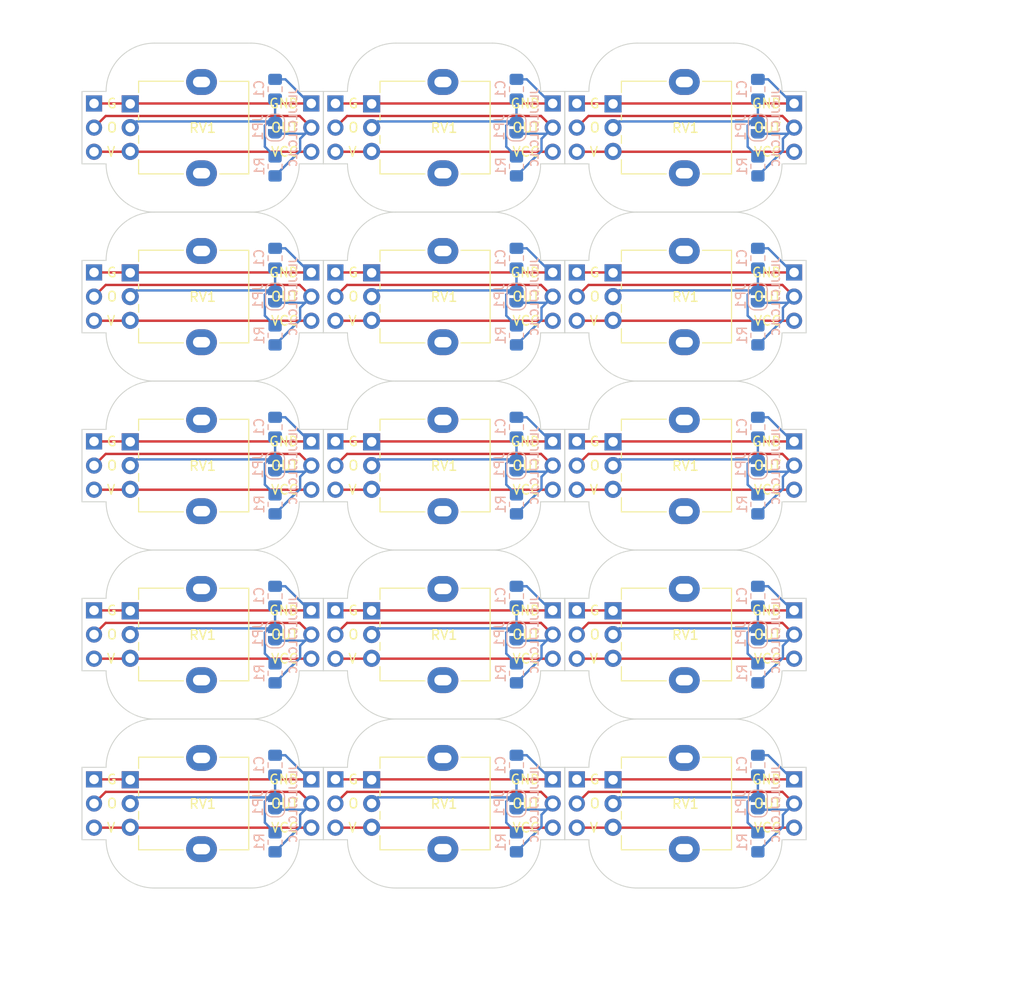
<source format=kicad_pcb>
(kicad_pcb (version 20221018) (generator pcbnew)
  (layers (0 "F.Cu" signal) (31 "B.Cu" signal) (34 "B.Paste" user) (35 "F.Paste" user) (36 "B.SilkS" user "B.Silkscreen") (37 "F.SilkS" user "F.Silkscreen") (38 "B.Mask" user) (39 "F.Mask" user) (44 "Edge.Cuts" user))
  (net 0 "")
  (net 1 "GND")
  (net 2 "Net-(JP1-A)")
  (net 3 "VCC")
  (net 4 "OUT")
  (footprint "Custom:PinHeader_1x03_P2.54mm_Vertical_no_silk" (layer "F.Cu") (at 186.69 80.01)
    (fp_text reference "J2" hide)
    (fp_text value "Conn_01x03")
  )
  (footprint "Potentiometer_THT:Potentiometer_Alpha_RD901F-40-00D_Single_Vertical" (layer "F.Cu") (at 142.24 97.83)
    (fp_text reference "RV1")
    (fp_text value "R_Potentiometer_MountingPin")
  )
  (footprint "Potentiometer_THT:Potentiometer_Alpha_RD901F-40-00D_Single_Vertical" (layer "F.Cu") (at 142.24 133.39)
    (fp_text reference "RV1")
    (fp_text value "R_Potentiometer_MountingPin")
  )
  (footprint "Custom:PinHeader_1x03_P2.54mm_Vertical_no_silk" (layer "F.Cu") (at 189.23 115.57)
    (fp_text reference "J1" hide)
    (fp_text value "Conn_01x03")
  )
  (footprint "Custom:PinHeader_1x03_P2.54mm_Vertical_no_silk" (layer "F.Cu") (at 186.69 115.57)
    (fp_text reference "J2" hide)
    (fp_text value "Conn_01x03")
  )
  (footprint "Custom:PinHeader_1x03_P2.54mm_Vertical_no_silk" (layer "F.Cu") (at 212.09 133.35)
    (fp_text reference "J2" hide)
    (fp_text value "Conn_01x03")
  )
  (footprint "Custom:PinHeader_1x03_P2.54mm_Vertical_no_silk" (layer "F.Cu") (at 161.29 133.35)
    (fp_text reference "J2" hide)
    (fp_text value "Conn_01x03")
  )
  (footprint "Potentiometer_THT:Potentiometer_Alpha_RD901F-40-00D_Single_Vertical" (layer "F.Cu") (at 167.64 97.83)
    (fp_text reference "RV1")
    (fp_text value "R_Potentiometer_MountingPin")
  )
  (footprint "Custom:PinHeader_1x03_P2.54mm_Vertical_no_silk" (layer "F.Cu") (at 163.83 115.57)
    (fp_text reference "J1" hide)
    (fp_text value "Conn_01x03")
  )
  (footprint "Custom:PinHeader_1x03_P2.54mm_Vertical_no_silk" (layer "F.Cu") (at 138.43 80.01)
    (fp_text reference "J1" hide)
    (fp_text value "Conn_01x03")
  )
  (footprint "Custom:PinHeader_1x03_P2.54mm_Vertical_no_silk" (layer "F.Cu") (at 186.69 133.35)
    (fp_text reference "J2" hide)
    (fp_text value "Conn_01x03")
  )
  (footprint "Potentiometer_THT:Potentiometer_Alpha_RD901F-40-00D_Single_Vertical" (layer "F.Cu") (at 167.64 151.17)
    (fp_text reference "RV1")
    (fp_text value "R_Potentiometer_MountingPin")
  )
  (footprint "Potentiometer_THT:Potentiometer_Alpha_RD901F-40-00D_Single_Vertical" (layer "F.Cu") (at 193.04 115.61)
    (fp_text reference "RV1")
    (fp_text value "R_Potentiometer_MountingPin")
  )
  (footprint "Potentiometer_THT:Potentiometer_Alpha_RD901F-40-00D_Single_Vertical" (layer "F.Cu") (at 167.64 133.39)
    (fp_text reference "RV1")
    (fp_text value "R_Potentiometer_MountingPin")
  )
  (footprint "Custom:PinHeader_1x03_P2.54mm_Vertical_no_silk" (layer "F.Cu") (at 212.09 115.57)
    (fp_text reference "J2" hide)
    (fp_text value "Conn_01x03")
  )
  (footprint "Custom:PinHeader_1x03_P2.54mm_Vertical_no_silk" (layer "F.Cu") (at 212.09 151.13)
    (fp_text reference "J2" hide)
    (fp_text value "Conn_01x03")
  )
  (footprint "Custom:PinHeader_1x03_P2.54mm_Vertical_no_silk" (layer "F.Cu") (at 138.43 97.79)
    (fp_text reference "J1" hide)
    (fp_text value "Conn_01x03")
  )
  (footprint "Custom:PinHeader_1x03_P2.54mm_Vertical_no_silk" (layer "F.Cu") (at 189.23 151.13)
    (fp_text reference "J1" hide)
    (fp_text value "Conn_01x03")
  )
  (footprint "Custom:PinHeader_1x03_P2.54mm_Vertical_no_silk" (layer "F.Cu") (at 212.09 80.01)
    (fp_text reference "J2" hide)
    (fp_text value "Conn_01x03")
  )
  (footprint "Custom:PinHeader_1x03_P2.54mm_Vertical_no_silk" (layer "F.Cu") (at 163.83 97.79)
    (fp_text reference "J1" hide)
    (fp_text value "Conn_01x03")
  )
  (footprint "Potentiometer_THT:Potentiometer_Alpha_RD901F-40-00D_Single_Vertical" (layer "F.Cu") (at 193.04 133.39)
    (fp_text reference "RV1")
    (fp_text value "R_Potentiometer_MountingPin")
  )
  (footprint "Custom:PinHeader_1x03_P2.54mm_Vertical_no_silk" (layer "F.Cu") (at 161.29 151.13)
    (fp_text reference "J2" hide)
    (fp_text value "Conn_01x03")
  )
  (footprint "Custom:PinHeader_1x03_P2.54mm_Vertical_no_silk" (layer "F.Cu") (at 189.23 97.79)
    (fp_text reference "J1" hide)
    (fp_text value "Conn_01x03")
  )
  (footprint "Potentiometer_THT:Potentiometer_Alpha_RD901F-40-00D_Single_Vertical" (layer "F.Cu") (at 142.24 115.61)
    (fp_text reference "RV1")
    (fp_text value "R_Potentiometer_MountingPin")
  )
  (footprint "Custom:PinHeader_1x03_P2.54mm_Vertical_no_silk" (layer "F.Cu") (at 163.83 80.01)
    (fp_text reference "J1" hide)
    (fp_text value "Conn_01x03")
  )
  (footprint "Potentiometer_THT:Potentiometer_Alpha_RD901F-40-00D_Single_Vertical" (layer "F.Cu") (at 142.24 80.05)
    (fp_text reference "RV1")
    (fp_text value "R_Potentiometer_MountingPin")
  )
  (footprint "Potentiometer_THT:Potentiometer_Alpha_RD901F-40-00D_Single_Vertical" (layer "F.Cu") (at 193.04 151.17)
    (fp_text reference "RV1")
    (fp_text value "R_Potentiometer_MountingPin")
  )
  (footprint "Custom:PinHeader_1x03_P2.54mm_Vertical_no_silk" (layer "F.Cu") (at 138.43 133.35)
    (fp_text reference "J1" hide)
    (fp_text value "Conn_01x03")
  )
  (footprint "Custom:PinHeader_1x03_P2.54mm_Vertical_no_silk" (layer "F.Cu") (at 186.69 97.79)
    (fp_text reference "J2" hide)
    (fp_text value "Conn_01x03")
  )
  (footprint "Custom:PinHeader_1x03_P2.54mm_Vertical_no_silk" (layer "F.Cu") (at 138.43 151.13)
    (fp_text reference "J1" hide)
    (fp_text value "Conn_01x03")
  )
  (footprint "Potentiometer_THT:Potentiometer_Alpha_RD901F-40-00D_Single_Vertical" (layer "F.Cu") (at 167.64 115.61)
    (fp_text reference "RV1")
    (fp_text value "R_Potentiometer_MountingPin")
  )
  (footprint "Custom:PinHeader_1x03_P2.54mm_Vertical_no_silk" (layer "F.Cu") (at 161.29 80.01)
    (fp_text reference "J2" hide)
    (fp_text value "Conn_01x03")
  )
  (footprint "Custom:PinHeader_1x03_P2.54mm_Vertical_no_silk" (layer "F.Cu") (at 161.29 97.79)
    (fp_text reference "J2" hide)
    (fp_text value "Conn_01x03")
  )
  (footprint "Custom:PinHeader_1x03_P2.54mm_Vertical_no_silk" (layer "F.Cu") (at 189.23 133.35)
    (fp_text reference "J1" hide)
    (fp_text value "Conn_01x03")
  )
  (footprint "Potentiometer_THT:Potentiometer_Alpha_RD901F-40-00D_Single_Vertical" (layer "F.Cu") (at 167.64 80.05)
    (fp_text reference "RV1")
    (fp_text value "R_Potentiometer_MountingPin")
  )
  (footprint "Potentiometer_THT:Potentiometer_Alpha_RD901F-40-00D_Single_Vertical" (layer "F.Cu") (at 142.24 151.17)
    (fp_text reference "RV1")
    (fp_text value "R_Potentiometer_MountingPin")
  )
  (footprint "Potentiometer_THT:Potentiometer_Alpha_RD901F-40-00D_Single_Vertical" (layer "F.Cu") (at 193.04 97.83)
    (fp_text reference "RV1")
    (fp_text value "R_Potentiometer_MountingPin")
  )
  (footprint "Custom:PinHeader_1x03_P2.54mm_Vertical_no_silk" (layer "F.Cu") (at 212.09 97.79)
    (fp_text reference "J2" hide)
    (fp_text value "Conn_01x03")
  )
  (footprint "Custom:PinHeader_1x03_P2.54mm_Vertical_no_silk" (layer "F.Cu") (at 189.23 80.01)
    (fp_text reference "J1" hide)
    (fp_text value "Conn_01x03")
  )
  (footprint "Custom:PinHeader_1x03_P2.54mm_Vertical_no_silk" (layer "F.Cu") (at 186.69 151.13)
    (fp_text reference "J2" hide)
    (fp_text value "Conn_01x03")
  )
  (footprint "Custom:PinHeader_1x03_P2.54mm_Vertical_no_silk" (layer "F.Cu") (at 138.43 115.57)
    (fp_text reference "J1" hide)
    (fp_text value "Conn_01x03")
  )
  (footprint "Potentiometer_THT:Potentiometer_Alpha_RD901F-40-00D_Single_Vertical" (layer "F.Cu") (at 193.04 80.05)
    (fp_text reference "RV1")
    (fp_text value "R_Potentiometer_MountingPin")
  )
  (footprint "Custom:PinHeader_1x03_P2.54mm_Vertical_no_silk" (layer "F.Cu") (at 163.83 133.35)
    (fp_text reference "J1" hide)
    (fp_text value "Conn_01x03")
  )
  (footprint "Custom:PinHeader_1x03_P2.54mm_Vertical_no_silk" (layer "F.Cu") (at 161.29 115.57)
    (fp_text reference "J2" hide)
    (fp_text value "Conn_01x03")
  )
  (footprint "Custom:PinHeader_1x03_P2.54mm_Vertical_no_silk" (layer "F.Cu") (at 163.83 151.13)
    (fp_text reference "J1" hide)
    (fp_text value "Conn_01x03")
  )
  (footprint "Resistor_SMD:R_0805_2012Metric_Pad1.20x1.40mm_HandSolder" (layer "B.Cu") (at 157.48 104.41 -90)
    (fp_text reference "R1")
    (fp_text value "1uF")
  )
  (footprint "Capacitor_SMD:C_0805_2012Metric_Pad1.18x1.45mm_HandSolder" (layer "B.Cu") (at 157.48 149.6275 -90)
    (fp_text reference "C1")
    (fp_text value "C")
  )
  (footprint "Resistor_SMD:R_0805_2012Metric_Pad1.20x1.40mm_HandSolder" (layer "B.Cu") (at 182.88 139.97 -90)
    (fp_text reference "R1")
    (fp_text value "1uF")
  )
  (footprint "Resistor_SMD:R_0805_2012Metric_Pad1.20x1.40mm_HandSolder" (layer "B.Cu") (at 157.48 122.19 -90)
    (fp_text reference "R1")
    (fp_text value "1uF")
  )
  (footprint "Resistor_SMD:R_0805_2012Metric_Pad1.20x1.40mm_HandSolder" (layer "B.Cu") (at 208.28 157.75 -90)
    (fp_text reference "R1")
    (fp_text value "1uF")
  )
  (footprint "Capacitor_SMD:C_0805_2012Metric_Pad1.18x1.45mm_HandSolder" (layer "B.Cu") (at 182.88 96.2875 -90)
    (fp_text reference "C1")
    (fp_text value "C")
  )
  (footprint "Jumper:SolderJumper-2_P1.3mm_Bridged_RoundedPad1.0x1.5mm" (layer "B.Cu") (at 208.28 118.11 -90)
    (fp_text reference "JP1")
    (fp_text value "SolderJumper_2_Bridged")
  )
  (footprint "Jumper:SolderJumper-2_P1.3mm_Bridged_RoundedPad1.0x1.5mm" (layer "B.Cu") (at 182.88 100.33 -90)
    (fp_text reference "JP1")
    (fp_text value "SolderJumper_2_Bridged")
  )
  (footprint "Jumper:SolderJumper-2_P1.3mm_Bridged_RoundedPad1.0x1.5mm" (layer "B.Cu") (at 182.88 135.89 -90)
    (fp_text reference "JP1")
    (fp_text value "SolderJumper_2_Bridged")
  )
  (footprint "Capacitor_SMD:C_0805_2012Metric_Pad1.18x1.45mm_HandSolder" (layer "B.Cu") (at 157.48 131.8475 -90)
    (fp_text reference "C1")
    (fp_text value "C")
  )
  (footprint "Jumper:SolderJumper-2_P1.3mm_Bridged_RoundedPad1.0x1.5mm" (layer "B.Cu") (at 157.48 100.33 -90)
    (fp_text reference "JP1")
    (fp_text value "SolderJumper_2_Bridged")
  )
  (footprint "Capacitor_SMD:C_0805_2012Metric_Pad1.18x1.45mm_HandSolder" (layer "B.Cu") (at 182.88 131.8475 -90)
    (fp_text reference "C1")
    (fp_text value "C")
  )
  (footprint "Capacitor_SMD:C_0805_2012Metric_Pad1.18x1.45mm_HandSolder" (layer "B.Cu") (at 208.28 78.5075 -90)
    (fp_text reference "C1")
    (fp_text value "C")
  )
  (footprint "Resistor_SMD:R_0805_2012Metric_Pad1.20x1.40mm_HandSolder" (layer "B.Cu") (at 157.48 139.97 -90)
    (fp_text reference "R1")
    (fp_text value "1uF")
  )
  (footprint "Capacitor_SMD:C_0805_2012Metric_Pad1.18x1.45mm_HandSolder" (layer "B.Cu") (at 157.48 114.0675 -90)
    (fp_text reference "C1")
    (fp_text value "C")
  )
  (footprint "Jumper:SolderJumper-2_P1.3mm_Bridged_RoundedPad1.0x1.5mm" (layer "B.Cu") (at 157.48 153.67 -90)
    (fp_text reference "JP1")
    (fp_text value "SolderJumper_2_Bridged")
  )
  (footprint "Jumper:SolderJumper-2_P1.3mm_Bridged_RoundedPad1.0x1.5mm" (layer "B.Cu") (at 182.88 153.67 -90)
    (fp_text reference "JP1")
    (fp_text value "SolderJumper_2_Bridged")
  )
  (footprint "Resistor_SMD:R_0805_2012Metric_Pad1.20x1.40mm_HandSolder" (layer "B.Cu") (at 208.28 139.97 -90)
    (fp_text reference "R1")
    (fp_text value "1uF")
  )
  (footprint "Capacitor_SMD:C_0805_2012Metric_Pad1.18x1.45mm_HandSolder" (layer "B.Cu") (at 182.88 114.0675 -90)
    (fp_text reference "C1")
    (fp_text value "C")
  )
  (footprint "Jumper:SolderJumper-2_P1.3mm_Bridged_RoundedPad1.0x1.5mm" (layer "B.Cu") (at 208.28 82.55 -90)
    (fp_text reference "JP1")
    (fp_text value "SolderJumper_2_Bridged")
  )
  (footprint "Capacitor_SMD:C_0805_2012Metric_Pad1.18x1.45mm_HandSolder" (layer "B.Cu") (at 208.28 131.8475 -90)
    (fp_text reference "C1")
    (fp_text value "C")
  )
  (footprint "Capacitor_SMD:C_0805_2012Metric_Pad1.18x1.45mm_HandSolder" (layer "B.Cu") (at 182.88 149.6275 -90)
    (fp_text reference "C1")
    (fp_text value "C")
  )
  (footprint "Jumper:SolderJumper-2_P1.3mm_Bridged_RoundedPad1.0x1.5mm" (layer "B.Cu") (at 182.88 82.55 -90)
    (fp_text reference "JP1")
    (fp_text value "SolderJumper_2_Bridged")
  )
  (footprint "Resistor_SMD:R_0805_2012Metric_Pad1.20x1.40mm_HandSolder" (layer "B.Cu") (at 182.88 104.41 -90)
    (fp_text reference "R1")
    (fp_text value "1uF")
  )
  (footprint "Capacitor_SMD:C_0805_2012Metric_Pad1.18x1.45mm_HandSolder" (layer "B.Cu") (at 208.28 96.2875 -90)
    (fp_text reference "C1")
    (fp_text value "C")
  )
  (footprint "Resistor_SMD:R_0805_2012Metric_Pad1.20x1.40mm_HandSolder" (layer "B.Cu") (at 157.48 157.75 -90)
    (fp_text reference "R1")
    (fp_text value "1uF")
  )
  (footprint "Jumper:SolderJumper-2_P1.3mm_Bridged_RoundedPad1.0x1.5mm" (layer "B.Cu") (at 157.48 135.89 -90)
    (fp_text reference "JP1")
    (fp_text value "SolderJumper_2_Bridged")
  )
  (footprint "Capacitor_SMD:C_0805_2012Metric_Pad1.18x1.45mm_HandSolder" (layer "B.Cu") (at 208.28 149.6275 -90)
    (fp_text reference "C1")
    (fp_text value "C")
  )
  (footprint "Capacitor_SMD:C_0805_2012Metric_Pad1.18x1.45mm_HandSolder" (layer "B.Cu") (at 182.88 78.5075 -90)
    (fp_text reference "C1")
    (fp_text value "C")
  )
  (footprint "Jumper:SolderJumper-2_P1.3mm_Bridged_RoundedPad1.0x1.5mm" (layer "B.Cu") (at 208.28 135.89 -90)
    (fp_text reference "JP1")
    (fp_text value "SolderJumper_2_Bridged")
  )
  (footprint "Resistor_SMD:R_0805_2012Metric_Pad1.20x1.40mm_HandSolder" (layer "B.Cu") (at 182.88 86.63 -90)
    (fp_text reference "R1")
    (fp_text value "1uF")
  )
  (footprint "Resistor_SMD:R_0805_2012Metric_Pad1.20x1.40mm_HandSolder" (layer "B.Cu") (at 208.28 122.19 -90)
    (fp_text reference "R1")
    (fp_text value "1uF")
  )
  (footprint "Resistor_SMD:R_0805_2012Metric_Pad1.20x1.40mm_HandSolder" (layer "B.Cu") (at 182.88 122.19 -90)
    (fp_text reference "R1")
    (fp_text value "1uF")
  )
  (footprint "Jumper:SolderJumper-2_P1.3mm_Bridged_RoundedPad1.0x1.5mm" (layer "B.Cu") (at 208.28 153.67 -90)
    (fp_text reference "JP1")
    (fp_text value "SolderJumper_2_Bridged")
  )
  (footprint "Jumper:SolderJumper-2_P1.3mm_Bridged_RoundedPad1.0x1.5mm" (layer "B.Cu") (at 157.48 118.11 -90)
    (fp_text reference "JP1")
    (fp_text value "SolderJumper_2_Bridged")
  )
  (footprint "Resistor_SMD:R_0805_2012Metric_Pad1.20x1.40mm_HandSolder" (layer "B.Cu") (at 182.88 157.75 -90)
    (fp_text reference "R1")
    (fp_text value "1uF")
  )
  (footprint "Jumper:SolderJumper-2_P1.3mm_Bridged_RoundedPad1.0x1.5mm" (layer "B.Cu") (at 182.88 118.11 -90)
    (fp_text reference "JP1")
    (fp_text value "SolderJumper_2_Bridged")
  )
  (footprint "Jumper:SolderJumper-2_P1.3mm_Bridged_RoundedPad1.0x1.5mm" (layer "B.Cu") (at 208.28 100.33 -90)
    (fp_text reference "JP1")
    (fp_text value "SolderJumper_2_Bridged")
  )
  (footprint "Jumper:SolderJumper-2_P1.3mm_Bridged_RoundedPad1.0x1.5mm" (layer "B.Cu") (at 157.48 82.55 -90)
    (fp_text reference "JP1")
    (fp_text value "SolderJumper_2_Bridged")
  )
  (footprint "Resistor_SMD:R_0805_2012Metric_Pad1.20x1.40mm_HandSolder" (layer "B.Cu") (at 157.48 86.63 -90)
    (fp_text reference "R1")
    (fp_text value "1uF")
  )
  (footprint "Resistor_SMD:R_0805_2012Metric_Pad1.20x1.40mm_HandSolder" (layer "B.Cu") (at 208.28 86.63 -90)
    (fp_text reference "R1")
    (fp_text value "1uF")
  )
  (footprint "Resistor_SMD:R_0805_2012Metric_Pad1.20x1.40mm_HandSolder" (layer "B.Cu") (at 208.28 104.41 -90)
    (fp_text reference "R1")
    (fp_text value "1uF")
  )
  (footprint "Capacitor_SMD:C_0805_2012Metric_Pad1.18x1.45mm_HandSolder" (layer "B.Cu") (at 157.48 96.2875 -90)
    (fp_text reference "C1")
    (fp_text value "C")
  )
  (footprint "Capacitor_SMD:C_0805_2012Metric_Pad1.18x1.45mm_HandSolder" (layer "B.Cu") (at 208.28 114.0675 -90)
    (fp_text reference "C1")
    (fp_text value "C")
  )
  (footprint "Capacitor_SMD:C_0805_2012Metric_Pad1.18x1.45mm_HandSolder" (layer "B.Cu") (at 157.48 78.5075 -90)
    (fp_text reference "C1")
    (fp_text value "C")
  )
  (gr_line (start 213.36 86.36) (end 210.82 86.36) (stroke (width 0.1)) (layer "Edge.Cuts"))
  (gr_line (start 195.58 73.66) (end 205.74 73.66) (stroke (width 0.1)) (layer "Edge.Cuts"))
  (gr_arc (start 170.18 91.44) (mid 166.587898 89.952102) (end 165.1 86.36) (stroke (width 0.1)) (layer "Edge.Cuts"))
  (gr_arc (start 165.1 78.74) (mid 166.587898 75.147898) (end 170.18 73.66) (stroke (width 0.1)) (layer "Edge.Cuts"))
  (gr_line (start 160.02 96.52) (end 162.56 96.52) (stroke (width 0.1)) (layer "Edge.Cuts"))
  (gr_arc (start 185.42 86.36) (mid 183.932102 89.952102) (end 180.34 91.44) (stroke (width 0.1)) (layer "Edge.Cuts"))
  (gr_line (start 185.42 149.86) (end 187.96 149.86) (stroke (width 0.1)) (layer "Edge.Cuts"))
  (gr_arc (start 170.18 162.56) (mid 166.587898 161.072102) (end 165.1 157.48) (stroke (width 0.1)) (layer "Edge.Cuts"))
  (gr_line (start 162.56 78.74) (end 162.56 86.36) (stroke (width 0.1)) (layer "Edge.Cuts"))
  (gr_line (start 187.96 149.86) (end 187.96 157.48) (stroke (width 0.1)) (layer "Edge.Cuts"))
  (gr_line (start 213.36 121.92) (end 210.82 121.92) (stroke (width 0.1)) (layer "Edge.Cuts"))
  (gr_line (start 195.58 144.78) (end 205.74 144.78) (stroke (width 0.1)) (layer "Edge.Cuts"))
  (gr_arc (start 205.74 91.44) (mid 209.332102 92.927898) (end 210.82 96.52) (stroke (width 0.1)) (layer "Edge.Cuts"))
  (gr_arc (start 170.18 109.22) (mid 166.587898 107.732102) (end 165.1 104.14) (stroke (width 0.1)) (layer "Edge.Cuts"))
  (gr_line (start 187.96 121.92) (end 185.42 121.92) (stroke (width 0.1)) (layer "Edge.Cuts"))
  (gr_line (start 190.5 114.3) (end 187.96 114.3) (stroke (width 0.1)) (layer "Edge.Cuts"))
  (gr_line (start 187.96 86.36) (end 190.5 86.36) (stroke (width 0.1)) (layer "Edge.Cuts"))
  (gr_line (start 170.18 127) (end 180.34 127) (stroke (width 0.1)) (layer "Edge.Cuts"))
  (gr_line (start 144.78 127) (end 154.94 127) (stroke (width 0.1)) (layer "Edge.Cuts"))
  (gr_line (start 160.02 114.3) (end 162.56 114.3) (stroke (width 0.1)) (layer "Edge.Cuts"))
  (gr_line (start 195.58 162.56) (end 205.74 162.56) (stroke (width 0.1)) (layer "Edge.Cuts"))
  (gr_line (start 137.16 96.52) (end 137.16 104.14) (stroke (width 0.1)) (layer "Edge.Cuts"))
  (gr_arc (start 154.94 73.66) (mid 158.532102 75.147898) (end 160.02 78.74) (stroke (width 0.1)) (layer "Edge.Cuts"))
  (gr_line (start 165.1 78.74) (end 162.56 78.74) (stroke (width 0.1)) (layer "Edge.Cuts"))
  (gr_arc (start 144.78 144.78) (mid 141.187898 143.292102) (end 139.7 139.7) (stroke (width 0.1)) (layer "Edge.Cuts"))
  (gr_line (start 195.58 109.22) (end 205.74 109.22) (stroke (width 0.1)) (layer "Edge.Cuts"))
  (gr_line (start 137.16 157.48) (end 139.7 157.48) (stroke (width 0.1)) (layer "Edge.Cuts"))
  (gr_line (start 162.56 149.86) (end 162.56 157.48) (stroke (width 0.1)) (layer "Edge.Cuts"))
  (gr_arc (start 139.7 114.3) (mid 141.187898 110.707898) (end 144.78 109.22) (stroke (width 0.1)) (layer "Edge.Cuts"))
  (gr_arc (start 160.02 139.7) (mid 158.532102 143.292102) (end 154.94 144.78) (stroke (width 0.1)) (layer "Edge.Cuts"))
  (gr_line (start 187.96 132.08) (end 187.96 139.7) (stroke (width 0.1)) (layer "Edge.Cuts"))
  (gr_arc (start 144.78 162.56) (mid 141.187898 161.072102) (end 139.7 157.48) (stroke (width 0.1)) (layer "Edge.Cuts"))
  (gr_arc (start 144.78 109.22) (mid 141.187898 107.732102) (end 139.7 104.14) (stroke (width 0.1)) (layer "Edge.Cuts"))
  (gr_arc (start 160.02 104.14) (mid 158.532102 107.732102) (end 154.94 109.22) (stroke (width 0.1)) (layer "Edge.Cuts"))
  (gr_arc (start 205.74 127) (mid 209.332102 128.487898) (end 210.82 132.08) (stroke (width 0.1)) (layer "Edge.Cuts"))
  (gr_line (start 187.96 121.92) (end 190.5 121.92) (stroke (width 0.1)) (layer "Edge.Cuts"))
  (gr_line (start 187.96 104.14) (end 190.5 104.14) (stroke (width 0.1)) (layer "Edge.Cuts"))
  (gr_line (start 170.18 144.78) (end 180.34 144.78) (stroke (width 0.1)) (layer "Edge.Cuts"))
  (gr_line (start 162.56 139.7) (end 165.1 139.7) (stroke (width 0.1)) (layer "Edge.Cuts"))
  (gr_line (start 185.42 96.52) (end 187.96 96.52) (stroke (width 0.1)) (layer "Edge.Cuts"))
  (gr_arc (start 195.58 144.78) (mid 191.987898 143.292102) (end 190.5 139.7) (stroke (width 0.1)) (layer "Edge.Cuts"))
  (gr_arc (start 154.94 144.78) (mid 158.532102 146.267898) (end 160.02 149.86) (stroke (width 0.1)) (layer "Edge.Cuts"))
  (gr_line (start 187.96 139.7) (end 185.42 139.7) (stroke (width 0.1)) (layer "Edge.Cuts"))
  (gr_line (start 139.7 96.52) (end 137.16 96.52) (stroke (width 0.1)) (layer "Edge.Cuts"))
  (gr_arc (start 205.74 144.78) (mid 209.332102 146.267898) (end 210.82 149.86) (stroke (width 0.1)) (layer "Edge.Cuts"))
  (gr_arc (start 195.58 127) (mid 191.987898 125.512102) (end 190.5 121.92) (stroke (width 0.1)) (layer "Edge.Cuts"))
  (gr_line (start 190.5 132.08) (end 187.96 132.08) (stroke (width 0.1)) (layer "Edge.Cuts"))
  (gr_arc (start 165.1 96.52) (mid 166.587898 92.927898) (end 170.18 91.44) (stroke (width 0.1)) (layer "Edge.Cuts"))
  (gr_arc (start 180.34 73.66) (mid 183.932102 75.147898) (end 185.42 78.74) (stroke (width 0.1)) (layer "Edge.Cuts"))
  (gr_line (start 213.36 104.14) (end 210.82 104.14) (stroke (width 0.1)) (layer "Edge.Cuts"))
  (gr_line (start 165.1 114.3) (end 162.56 114.3) (stroke (width 0.1)) (layer "Edge.Cuts"))
  (gr_line (start 162.56 157.48) (end 160.02 157.48) (stroke (width 0.1)) (layer "Edge.Cuts"))
  (gr_arc (start 195.58 109.22) (mid 191.987898 107.732102) (end 190.5 104.14) (stroke (width 0.1)) (layer "Edge.Cuts"))
  (gr_arc (start 139.7 96.52) (mid 141.187898 92.927898) (end 144.78 91.44) (stroke (width 0.1)) (layer "Edge.Cuts"))
  (gr_line (start 144.78 144.78) (end 154.94 144.78) (stroke (width 0.1)) (layer "Edge.Cuts"))
  (gr_line (start 162.56 121.92) (end 160.02 121.92) (stroke (width 0.1)) (layer "Edge.Cuts"))
  (gr_line (start 162.56 104.14) (end 165.1 104.14) (stroke (width 0.1)) (layer "Edge.Cuts"))
  (gr_line (start 210.82 149.86) (end 213.36 149.86) (stroke (width 0.1)) (layer "Edge.Cuts"))
  (gr_line (start 187.96 114.3) (end 187.96 121.92) (stroke (width 0.1)) (layer "Edge.Cuts"))
  (gr_line (start 170.18 127) (end 180.34 127) (stroke (width 0.1)) (layer "Edge.Cuts"))
  (gr_line (start 162.56 96.52) (end 162.56 104.14) (stroke (width 0.1)) (layer "Edge.Cuts"))
  (gr_line (start 170.18 91.44) (end 180.34 91.44) (stroke (width 0.1)) (layer "Edge.Cuts"))
  (gr_line (start 162.56 78.74) (end 162.56 86.36) (stroke (width 0.1)) (layer "Edge.Cuts"))
  (gr_line (start 190.5 78.74) (end 187.96 78.74) (stroke (width 0.1)) (layer "Edge.Cuts"))
  (gr_line (start 139.7 78.74) (end 137.16 78.74) (stroke (width 0.1)) (layer "Edge.Cuts"))
  (gr_line (start 195.58 91.44) (end 205.74 91.44) (stroke (width 0.1)) (layer "Edge.Cuts"))
  (gr_line (start 144.78 109.22) (end 154.94 109.22) (stroke (width 0.1)) (layer "Edge.Cuts"))
  (gr_line (start 213.36 149.86) (end 213.36 157.48) (stroke (width 0.1)) (layer "Edge.Cuts"))
  (gr_arc (start 180.34 127) (mid 183.932102 128.487898) (end 185.42 132.08) (stroke (width 0.1)) (layer "Edge.Cuts"))
  (gr_arc (start 144.78 91.44) (mid 141.187898 89.952102) (end 139.7 86.36) (stroke (width 0.1)) (layer "Edge.Cuts"))
  (gr_line (start 170.18 109.22) (end 180.34 109.22) (stroke (width 0.1)) (layer "Edge.Cuts"))
  (gr_line (start 195.58 91.44) (end 205.74 91.44) (stroke (width 0.1)) (layer "Edge.Cuts"))
  (gr_arc (start 165.1 114.3) (mid 166.587898 110.707898) (end 170.18 109.22) (stroke (width 0.1)) (layer "Edge.Cuts"))
  (gr_line (start 137.16 104.14) (end 139.7 104.14) (stroke (width 0.1)) (layer "Edge.Cuts"))
  (gr_line (start 187.96 114.3) (end 187.96 121.92) (stroke (width 0.1)) (layer "Edge.Cuts"))
  (gr_arc (start 185.42 157.48) (mid 183.932102 161.072102) (end 180.34 162.56) (stroke (width 0.1)) (layer "Edge.Cuts"))
  (gr_line (start 162.56 149.86) (end 162.56 157.48) (stroke (width 0.1)) (layer "Edge.Cuts"))
  (gr_line (start 187.96 78.74) (end 187.96 86.36) (stroke (width 0.1)) (layer "Edge.Cuts"))
  (gr_line (start 170.18 73.66) (end 180.34 73.66) (stroke (width 0.1)) (layer "Edge.Cuts"))
  (gr_line (start 162.56 114.3) (end 162.56 121.92) (stroke (width 0.1)) (layer "Edge.Cuts"))
  (gr_arc (start 190.5 96.52) (mid 191.987898 92.927898) (end 195.58 91.44) (stroke (width 0.1)) (layer "Edge.Cuts"))
  (gr_line (start 213.36 132.08) (end 213.36 139.7) (stroke (width 0.1)) (layer "Edge.Cuts"))
  (gr_line (start 139.7 114.3) (end 137.16 114.3) (stroke (width 0.1)) (layer "Edge.Cuts"))
  (gr_line (start 170.18 91.44) (end 180.34 91.44) (stroke (width 0.1)) (layer "Edge.Cuts"))
  (gr_line (start 170.18 109.22) (end 180.34 109.22) (stroke (width 0.1)) (layer "Edge.Cuts"))
  (gr_line (start 144.78 109.22) (end 154.94 109.22) (stroke (width 0.1)) (layer "Edge.Cuts"))
  (gr_line (start 162.56 86.36) (end 160.02 86.36) (stroke (width 0.1)) (layer "Edge.Cuts"))
  (gr_line (start 210.82 114.3) (end 213.36 114.3) (stroke (width 0.1)) (layer "Edge.Cuts"))
  (gr_line (start 162.56 114.3) (end 162.56 121.92) (stroke (width 0.1)) (layer "Edge.Cuts"))
  (gr_line (start 162.56 86.36) (end 165.1 86.36) (stroke (width 0.1)) (layer "Edge.Cuts"))
  (gr_arc (start 195.58 162.56) (mid 191.987898 161.072102) (end 190.5 157.48) (stroke (width 0.1)) (layer "Edge.Cuts"))
  (gr_arc (start 160.02 121.92) (mid 158.532102 125.512102) (end 154.94 127) (stroke (width 0.1)) (layer "Edge.Cuts"))
  (gr_line (start 185.42 132.08) (end 187.96 132.08) (stroke (width 0.1)) (layer "Edge.Cuts"))
  (gr_arc (start 190.5 114.3) (mid 191.987898 110.707898) (end 195.58 109.22) (stroke (width 0.1)) (layer "Edge.Cuts"))
  (gr_line (start 213.36 78.74) (end 213.36 86.36) (stroke (width 0.1)) (layer "Edge.Cuts"))
  (gr_line (start 162.56 121.92) (end 165.1 121.92) (stroke (width 0.1)) (layer "Edge.Cuts"))
  (gr_line (start 187.96 96.52) (end 187.96 104.14) (stroke (width 0.1)) (layer "Edge.Cuts"))
  (gr_line (start 195.58 127) (end 205.74 127) (stroke (width 0.1)) (layer "Edge.Cuts"))
  (gr_line (start 213.36 96.52) (end 213.36 104.14) (stroke (width 0.1)) (layer "Edge.Cuts"))
  (gr_line (start 187.96 104.14) (end 185.42 104.14) (stroke (width 0.1)) (layer "Edge.Cuts"))
  (gr_line (start 160.02 149.86) (end 162.56 149.86) (stroke (width 0.1)) (layer "Edge.Cuts"))
  (gr_line (start 187.96 78.74) (end 187.96 86.36) (stroke (width 0.1)) (layer "Edge.Cuts"))
  (gr_line (start 187.96 157.48) (end 185.42 157.48) (stroke (width 0.1)) (layer "Edge.Cuts"))
  (gr_line (start 162.56 139.7) (end 160.02 139.7) (stroke (width 0.1)) (layer "Edge.Cuts"))
  (gr_arc (start 139.7 132.08) (mid 141.187898 128.487898) (end 144.78 127) (stroke (width 0.1)) (layer "Edge.Cuts"))
  (gr_arc (start 210.82 121.92) (mid 209.332102 125.512102) (end 205.74 127) (stroke (width 0.1)) (layer "Edge.Cuts"))
  (gr_line (start 137.16 86.36) (end 139.7 86.36) (stroke (width 0.1)) (layer "Edge.Cuts"))
  (gr_line (start 144.78 162.56) (end 154.94 162.56) (stroke (width 0.1)) (layer "Edge.Cuts"))
  (gr_arc (start 180.34 144.78) (mid 183.932102 146.267898) (end 185.42 149.86) (stroke (width 0.1)) (layer "Edge.Cuts"))
  (gr_line (start 144.78 91.44) (end 154.94 91.44) (stroke (width 0.1)) (layer "Edge.Cuts"))
  (gr_arc (start 210.82 157.48) (mid 209.332102 161.072102) (end 205.74 162.56) (stroke (width 0.1)) (layer "Edge.Cuts"))
  (gr_line (start 137.16 149.86) (end 137.16 157.48) (stroke (width 0.1)) (layer "Edge.Cuts"))
  (gr_arc (start 210.82 104.14) (mid 209.332102 107.732102) (end 205.74 109.22) (stroke (width 0.1)) (layer "Edge.Cuts"))
  (gr_arc (start 170.18 144.78) (mid 166.587898 143.292102) (end 165.1 139.7) (stroke (width 0.1)) (layer "Edge.Cuts"))
  (gr_arc (start 154.94 91.44) (mid 158.532102 92.927898) (end 160.02 96.52) (stroke (width 0.1)) (layer "Edge.Cuts"))
  (gr_line (start 137.16 121.92) (end 139.7 121.92) (stroke (width 0.1)) (layer "Edge.Cuts"))
  (gr_line (start 144.78 91.44) (end 154.94 91.44) (stroke (width 0.1)) (layer "Edge.Cuts"))
  (gr_line (start 170.18 144.78) (end 180.34 144.78) (stroke (width 0.1)) (layer "Edge.Cuts"))
  (gr_line (start 160.02 132.08) (end 162.56 132.08) (stroke (width 0.1)) (layer "Edge.Cuts"))
  (gr_line (start 210.82 78.74) (end 213.36 78.74) (stroke (width 0.1)) (layer "Edge.Cuts"))
  (gr_line (start 210.82 96.52) (end 213.36 96.52) (stroke (width 0.1)) (layer "Edge.Cuts"))
  (gr_arc (start 190.5 149.86) (mid 191.987898 146.267898) (end 195.58 144.78) (stroke (width 0.1)) (layer "Edge.Cuts"))
  (gr_line (start 162.56 157.48) (end 165.1 157.48) (stroke (width 0.1)) (layer "Edge.Cuts"))
  (gr_arc (start 205.74 109.22) (mid 209.332102 110.707898) (end 210.82 114.3) (stroke (width 0.1)) (layer "Edge.Cuts"))
  (gr_line (start 162.56 96.52) (end 162.56 104.14) (stroke (width 0.1)) (layer "Edge.Cuts"))
  (gr_line (start 162.56 104.14) (end 160.02 104.14) (stroke (width 0.1)) (layer "Edge.Cuts"))
  (gr_arc (start 160.02 157.48) (mid 158.532102 161.072102) (end 154.94 162.56) (stroke (width 0.1)) (layer "Edge.Cuts"))
  (gr_line (start 162.56 132.08) (end 162.56 139.7) (stroke (width 0.1)) (layer "Edge.Cuts"))
  (gr_arc (start 180.34 109.22) (mid 183.932102 110.707898) (end 185.42 114.3) (stroke (width 0.1)) (layer "Edge.Cuts"))
  (gr_arc (start 165.1 149.86) (mid 166.587898 146.267898) (end 170.18 144.78) (stroke (width 0.1)) (layer "Edge.Cuts"))
  (gr_line (start 165.1 96.52) (end 162.56 96.52) (stroke (width 0.1)) (layer "Edge.Cuts"))
  (gr_line (start 213.36 157.48) (end 210.82 157.48) (stroke (width 0.1)) (layer "Edge.Cuts"))
  (gr_arc (start 190.5 132.08) (mid 191.987898 128.487898) (end 195.58 127) (stroke (width 0.1)) (layer "Edge.Cuts"))
  (gr_line (start 187.96 132.08) (end 187.96 139.7) (stroke (width 0.1)) (layer "Edge.Cuts"))
  (gr_arc (start 144.78 127) (mid 141.187898 125.512102) (end 139.7 121.92) (stroke (width 0.1)) (layer "Edge.Cuts"))
  (gr_arc (start 185.42 139.7) (mid 183.932102 143.292102) (end 180.34 144.78) (stroke (width 0.1)) (layer "Edge.Cuts"))
  (gr_line (start 137.16 78.74) (end 137.16 86.36) (stroke (width 0.1)) (layer "Edge.Cuts"))
  (gr_line (start 195.58 144.78) (end 205.74 144.78) (stroke (width 0.1)) (layer "Edge.Cuts"))
  (gr_line (start 213.36 114.3) (end 213.36 121.92) (stroke (width 0.1)) (layer "Edge.Cuts"))
  (gr_line (start 165.1 149.86) (end 162.56 149.86) (stroke (width 0.1)) (layer "Edge.Cuts"))
  (gr_arc (start 165.1 132.08) (mid 166.587898 128.487898) (end 170.18 127) (stroke (width 0.1)) (layer "Edge.Cuts"))
  (gr_line (start 144.78 144.78) (end 154.94 144.78) (stroke (width 0.1)) (layer "Edge.Cuts"))
  (gr_arc (start 160.02 86.36) (mid 158.532102 89.952102) (end 154.94 91.44) (stroke (width 0.1)) (layer "Edge.Cuts"))
  (gr_line (start 190.5 149.86) (end 187.96 149.86) (stroke (width 0.1)) (layer "Edge.Cuts"))
  (gr_arc (start 139.7 149.86) (mid 141.187898 146.267898) (end 144.78 144.78) (stroke (width 0.1)) (layer "Edge.Cuts"))
  (gr_line (start 185.42 114.3) (end 187.96 114.3) (stroke (width 0.1)) (layer "Edge.Cuts"))
  (gr_line (start 144.78 127) (end 154.94 127) (stroke (width 0.1)) (layer "Edge.Cuts"))
  (gr_line (start 137.16 114.3) (end 137.16 121.92) (stroke (width 0.1)) (layer "Edge.Cuts"))
  (gr_line (start 187.96 96.52) (end 187.96 104.14) (stroke (width 0.1)) (layer "Edge.Cuts"))
  (gr_line (start 165.1 132.08) (end 162.56 132.08) (stroke (width 0.1)) (layer "Edge.Cuts"))
  (gr_arc (start 210.82 86.36) (mid 209.332102 89.952102) (end 205.74 91.44) (stroke (width 0.1)) (layer "Edge.Cuts"))
  (gr_arc (start 185.42 104.14) (mid 183.932102 107.732102) (end 180.34 109.22) (stroke (width 0.1)) (layer "Edge.Cuts"))
  (gr_arc (start 139.7 78.74) (mid 141.187898 75.147898) (end 144.78 73.66) (stroke (width 0.1)) (layer "Edge.Cuts"))
  (gr_line (start 213.36 139.7) (end 210.82 139.7) (stroke (width 0.1)) (layer "Edge.Cuts"))
  (gr_arc (start 154.94 109.22) (mid 158.532102 110.707898) (end 160.02 114.3) (stroke (width 0.1)) (layer "Edge.Cuts"))
  (gr_arc (start 205.74 73.66) (mid 209.332102 75.147898) (end 210.82 78.74) (stroke (width 0.1)) (layer "Edge.Cuts"))
  (gr_line (start 137.16 139.7) (end 139.7 139.7) (stroke (width 0.1)) (layer "Edge.Cuts"))
  (gr_line (start 210.82 132.08) (end 213.36 132.08) (stroke (width 0.1)) (layer "Edge.Cuts"))
  (gr_line (start 195.58 109.22) (end 205.74 109.22) (stroke (width 0.1)) (layer "Edge.Cuts"))
  (gr_arc (start 180.34 91.44) (mid 183.932102 92.927898) (end 185.42 96.52) (stroke (width 0.1)) (layer "Edge.Cuts"))
  (gr_line (start 139.7 132.08) (end 137.16 132.08) (stroke (width 0.1)) (layer "Edge.Cuts"))
  (gr_line (start 187.96 139.7) (end 190.5 139.7) (stroke (width 0.1)) (layer "Edge.Cuts"))
  (gr_line (start 187.96 157.48) (end 190.5 157.48) (stroke (width 0.1)) (layer "Edge.Cuts"))
  (gr_line (start 190.5 96.52) (end 187.96 96.52) (stroke (width 0.1)) (layer "Edge.Cuts"))
  (gr_arc (start 210.82 139.7) (mid 209.332102 143.292102) (end 205.74 144.78) (stroke (width 0.1)) (layer "Edge.Cuts"))
  (gr_line (start 162.56 132.08) (end 162.56 139.7) (stroke (width 0.1)) (layer "Edge.Cuts"))
  (gr_line (start 187.96 149.86) (end 187.96 157.48) (stroke (width 0.1)) (layer "Edge.Cuts"))
  (gr_arc (start 190.5 78.74) (mid 191.987898 75.147898) (end 195.58 73.66) (stroke (width 0.1)) (layer "Edge.Cuts"))
  (gr_line (start 144.78 73.66) (end 154.94 73.66) (stroke (width 0.1)) (layer "Edge.Cuts"))
  (gr_line (start 185.42 78.74) (end 187.96 78.74) (stroke (width 0.1)) (layer "Edge.Cuts"))
  (gr_arc (start 170.18 127) (mid 166.587898 125.512102) (end 165.1 121.92) (stroke (width 0.1)) (layer "Edge.Cuts"))
  (gr_arc (start 195.58 91.44) (mid 191.987898 89.952102) (end 190.5 86.36) (stroke (width 0.1)) (layer "Edge.Cuts"))
  (gr_arc (start 185.42 121.92) (mid 183.932102 125.512102) (end 180.34 127) (stroke (width 0.1)) (layer "Edge.Cuts"))
  (gr_line (start 195.58 127) (end 205.74 127) (stroke (width 0.1)) (layer "Edge.Cuts"))
  (gr_arc (start 154.94 127) (mid 158.532102 128.487898) (end 160.02 132.08) (stroke (width 0.1)) (layer "Edge.Cuts"))
  (gr_line (start 139.7 149.86) (end 137.16 149.86) (stroke (width 0.1)) (layer "Edge.Cuts"))
  (gr_line (start 187.96 86.36) (end 185.42 86.36) (stroke (width 0.1)) (layer "Edge.Cuts"))
  (gr_line (start 170.18 162.56) (end 180.34 162.56) (stroke (width 0.1)) (layer "Edge.Cuts"))
  (gr_line (start 160.02 78.74) (end 162.56 78.74) (stroke (width 0.1)) (layer "Edge.Cuts"))
  (gr_line (start 137.16 132.08) (end 137.16 139.7) (stroke (width 0.1)) (layer "Edge.Cuts"))
  (gr_text "JLCJLCJLCJLC" (at 210.185 135.89 90) (layer "B.SilkS") (effects (font (size 0.8 0.8)) (justify mirror)))
  (gr_text "JLCJLCJLCJLC" (at 210.185 118.11 90) (layer "B.SilkS") (effects (font (size 0.8 0.8)) (justify mirror)))
  (gr_text "JLCJLCJLCJLC" (at 159.385 118.11 90) (layer "B.SilkS") (effects (font (size 0.8 0.8)) (justify mirror)))
  (gr_text "JLCJLCJLCJLC" (at 210.185 82.55 90) (layer "B.SilkS") (effects (font (size 0.8 0.8)) (justify mirror)))
  (gr_text "JLCJLCJLCJLC" (at 159.385 82.55 90) (layer "B.SilkS") (effects (font (size 0.8 0.8)) (justify mirror)))
  (gr_text "JLCJLCJLCJLC" (at 159.385 100.33 90) (layer "B.SilkS") (effects (font (size 0.8 0.8)) (justify mirror)))
  (gr_text "JLCJLCJLCJLC" (at 184.785 100.33 90) (layer "B.SilkS") (effects (font (size 0.8 0.8)) (justify mirror)))
  (gr_text "JLCJLCJLCJLC" (at 210.185 153.67 90) (layer "B.SilkS") (effects (font (size 0.8 0.8)) (justify mirror)))
  (gr_text "JLCJLCJLCJLC" (at 184.785 153.67 90) (layer "B.SilkS") (effects (font (size 0.8 0.8)) (justify mirror)))
  (gr_text "JLCJLCJLCJLC" (at 159.385 153.67 90) (layer "B.SilkS") (effects (font (size 0.8 0.8)) (justify mirror)))
  (gr_text "JLCJLCJLCJLC" (at 184.785 135.89 90) (layer "B.SilkS") (effects (font (size 0.8 0.8)) (justify mirror)))
  (gr_text "JLCJLCJLCJLC" (at 184.785 82.55 90) (layer "B.SilkS") (effects (font (size 0.8 0.8)) (justify mirror)))
  (gr_text "JLCJLCJLCJLC" (at 210.185 100.33 90) (layer "B.SilkS") (effects (font (size 0.8 0.8)) (justify mirror)))
  (gr_text "JLCJLCJLCJLC" (at 159.385 135.89 90) (layer "B.SilkS") (effects (font (size 0.8 0.8)) (justify mirror)))
  (gr_text "JLCJLCJLCJLC" (at 184.785 118.11 90) (layer "B.SilkS") (effects (font (size 0.8 0.8)) (justify mirror)))
  (gr_text "O" (at 190.5 153.67) (layer "F.SilkS") (effects (font (size 1 1)) (justify left)))
  (gr_text "OUT" (at 210.82 118.11) (layer "F.SilkS") (effects (font (size 1 1)) (justify right)))
  (gr_text "GND" (at 210.82 97.79) (layer "F.SilkS") (effects (font (size 1 1)) (justify right)))
  (gr_text "OUT" (at 185.42 135.89) (layer "F.SilkS") (effects (font (size 1 1)) (justify right)))
  (gr_text "VCC" (at 185.42 138.43) (layer "F.SilkS") (effects (font (size 1 1)) (justify right)))
  (gr_text "V" (at 165.1 138.43) (layer "F.SilkS") (effects (font (size 1 1)) (justify left)))
  (gr_text "V" (at 139.7 156.21) (layer "F.SilkS") (effects (font (size 1 1)) (justify left)))
  (gr_text "OUT" (at 185.42 118.11) (layer "F.SilkS") (effects (font (size 1 1)) (justify right)))
  (gr_text "G" (at 190.5 97.79) (layer "F.SilkS") (effects (font (size 1 1)) (justify left)))
  (gr_text "OUT" (at 160.02 82.55) (layer "F.SilkS") (effects (font (size 1 1)) (justify right)))
  (gr_text "OUT" (at 185.42 100.33) (layer "F.SilkS") (effects (font (size 1 1)) (justify right)))
  (gr_text "V" (at 190.5 85.09) (layer "F.SilkS") (effects (font (size 1 1)) (justify left)))
  (gr_text "OUT" (at 160.02 100.33) (layer "F.SilkS") (effects (font (size 1 1)) (justify right)))
  (gr_text "G" (at 139.7 151.13) (layer "F.SilkS") (effects (font (size 1 1)) (justify left)))
  (gr_text "V" (at 190.5 138.43) (layer "F.SilkS") (effects (font (size 1 1)) (justify left)))
  (gr_text "OUT" (at 210.82 100.33) (layer "F.SilkS") (effects (font (size 1 1)) (justify right)))
  (gr_text "O" (at 139.7 100.33) (layer "F.SilkS") (effects (font (size 1 1)) (justify left)))
  (gr_text "GND" (at 185.42 133.35) (layer "F.SilkS") (effects (font (size 1 1)) (justify right)))
  (gr_text "O" (at 190.5 100.33) (layer "F.SilkS") (effects (font (size 1 1)) (justify left)))
  (gr_text "OUT" (at 210.82 82.55) (layer "F.SilkS") (effects (font (size 1 1)) (justify right)))
  (gr_text "VCC" (at 210.82 120.65) (layer "F.SilkS") (effects (font (size 1 1)) (justify right)))
  (gr_text "OUT" (at 160.02 118.11) (layer "F.SilkS") (effects (font (size 1 1)) (justify right)))
  (gr_text "G" (at 165.1 80.01) (layer "F.SilkS") (effects (font (size 1 1)) (justify left)))
  (gr_text "V" (at 190.5 102.87) (layer "F.SilkS") (effects (font (size 1 1)) (justify left)))
  (gr_text "O" (at 165.1 153.67) (layer "F.SilkS") (effects (font (size 1 1)) (justify left)))
  (gr_text "OUT" (at 185.42 153.67) (layer "F.SilkS") (effects (font (size 1 1)) (justify right)))
  (gr_text "G" (at 190.5 115.57) (layer "F.SilkS") (effects (font (size 1 1)) (justify left)))
  (gr_text "V" (at 165.1 85.09) (layer "F.SilkS") (effects (font (size 1 1)) (justify left)))
  (gr_text "VCC" (at 160.02 102.87) (layer "F.SilkS") (effects (font (size 1 1)) (justify right)))
  (gr_text "VCC" (at 210.82 156.21) (layer "F.SilkS") (effects (font (size 1 1)) (justify right)))
  (gr_text "O" (at 165.1 82.55) (layer "F.SilkS") (effects (font (size 1 1)) (justify left)))
  (gr_text "G" (at 139.7 115.57) (layer "F.SilkS") (effects (font (size 1 1)) (justify left)))
  (gr_text "GND" (at 210.82 151.13) (layer "F.SilkS") (effects (font (size 1 1)) (justify right)))
  (gr_text "V" (at 165.1 156.21) (layer "F.SilkS") (effects (font (size 1 1)) (justify left)))
  (gr_text "GND" (at 160.02 115.57) (layer "F.SilkS") (effects (font (size 1 1)) (justify right)))
  (gr_text "OUT" (at 185.42 82.55) (layer "F.SilkS") (effects (font (size 1 1)) (justify right)))
  (gr_text "O" (at 165.1 135.89) (layer "F.SilkS") (effects (font (size 1 1)) (justify left)))
  (gr_text "O" (at 139.7 153.67) (layer "F.SilkS") (effects (font (size 1 1)) (justify left)))
  (gr_text "VCC" (at 185.42 102.87) (layer "F.SilkS") (effects (font (size 1 1)) (justify right)))
  (gr_text "VCC" (at 160.02 120.65) (layer "F.SilkS") (effects (font (size 1 1)) (justify right)))
  (gr_text "G" (at 139.7 133.35) (layer "F.SilkS") (effects (font (size 1 1)) (justify left)))
  (gr_text "GND" (at 160.02 80.01) (layer "F.SilkS") (effects (font (size 1 1)) (justify right)))
  (gr_text "G" (at 165.1 115.57) (layer "F.SilkS") (effects (font (size 1 1)) (justify left)))
  (gr_text "V" (at 139.7 85.09) (layer "F.SilkS") (effects (font (size 1 1)) (justify left)))
  (gr_text "VCC" (at 210.82 85.09) (layer "F.SilkS") (effects (font (size 1 1)) (justify right)))
  (gr_text "G" (at 190.5 151.13) (layer "F.SilkS") (effects (font (size 1 1)) (justify left)))
  (gr_text "O" (at 165.1 118.11) (layer "F.SilkS") (effects (font (size 1 1)) (justify left)))
  (gr_text "O" (at 139.7 82.55) (layer "F.SilkS") (effects (font (size 1 1)) (justify left)))
  (gr_text "V" (at 190.5 120.65) (layer "F.SilkS") (effects (font (size 1 1)) (justify left)))
  (gr_text "GND" (at 160.02 151.13) (layer "F.SilkS") (effects (font (size 1 1)) (justify right)))
  (gr_text "GND" (at 210.82 115.57) (layer "F.SilkS") (effects (font (size 1 1)) (justify right)))
  (gr_text "O" (at 190.5 82.55) (layer "F.SilkS") (effects (font (size 1 1)) (justify left)))
  (gr_text "OUT" (at 210.82 135.89) (layer "F.SilkS") (effects (font (size 1 1)) (justify right)))
  (gr_text "V" (at 190.5 156.21) (layer "F.SilkS") (effects (font (size 1 1)) (justify left)))
  (gr_text "V" (at 165.1 102.87) (layer "F.SilkS") (effects (font (size 1 1)) (justify left)))
  (gr_text "VCC" (at 210.82 102.87) (layer "F.SilkS") (effects (font (size 1 1)) (justify right)))
  (gr_text "O" (at 139.7 118.11) (layer "F.SilkS") (effects (font (size 1 1)) (justify left)))
  (gr_text "O" (at 190.5 135.89) (layer "F.SilkS") (effects (font (size 1 1)) (justify left)))
  (gr_text "V" (at 139.7 102.87) (layer "F.SilkS") (effects (font (size 1 1)) (justify left)))
  (gr_text "O" (at 139.7 135.89) (layer "F.SilkS") (effects (font (size 1 1)) (justify left)))
  (gr_text "G" (at 165.1 97.79) (layer "F.SilkS") (effects (font (size 1 1)) (justify left)))
  (gr_text "GND" (at 185.42 151.13) (layer "F.SilkS") (effects (font (size 1 1)) (justify right)))
  (gr_text "GND" (at 185.42 80.01) (layer "F.SilkS") (effects (font (size 1 1)) (justify right)))
  (gr_text "VCC" (at 185.42 120.65) (layer "F.SilkS") (effects (font (size 1 1)) (justify right)))
  (gr_text "OUT" (at 210.82 153.67) (layer "F.SilkS") (effects (font (size 1 1)) (justify right)))
  (gr_text "V" (at 139.7 138.43) (layer "F.SilkS") (effects (font (size 1 1)) (justify left)))
  (gr_text "OUT" (at 160.02 153.67) (layer "F.SilkS") (effects (font (size 1 1)) (justify right)))
  (gr_text "G" (at 165.1 151.13) (layer "F.SilkS") (effects (font (size 1 1)) (justify left)))
  (gr_text "O" (at 165.1 100.33) (layer "F.SilkS") (effects (font (size 1 1)) (justify left)))
  (gr_text "V" (at 165.1 120.65) (layer "F.SilkS") (effects (font (size 1 1)) (justify left)))
  (gr_text "GND" (at 160.02 97.79) (layer "F.SilkS") (effects (font (size 1 1)) (justify right)))
  (gr_text "GND" (at 210.82 133.35) (layer "F.SilkS") (effects (font (size 1 1)) (justify right)))
  (gr_text "GND" (at 210.82 80.01) (layer "F.SilkS") (effects (font (size 1 1)) (justify right)))
  (gr_text "OUT" (at 160.02 135.89) (layer "F.SilkS") (effects (font (size 1 1)) (justify right)))
  (gr_text "O" (at 190.5 118.11) (layer "F.SilkS") (effects (font (size 1 1)) (justify left)))
  (gr_text "VCC" (at 185.42 85.09) (layer "F.SilkS") (effects (font (size 1 1)) (justify right)))
  (gr_text "VCC" (at 185.42 156.21) (layer "F.SilkS") (effects (font (size 1 1)) (justify right)))
  (gr_text "GND" (at 160.02 133.35) (layer "F.SilkS") (effects (font (size 1 1)) (justify right)))
  (gr_text "G" (at 139.7 80.01) (layer "F.SilkS") (effects (font (size 1 1)) (justify left)))
  (gr_text "G" (at 190.5 80.01) (layer "F.SilkS") (effects (font (size 1 1)) (justify left)))
  (gr_text "VCC" (at 160.02 85.09) (layer "F.SilkS") (effects (font (size 1 1)) (justify right)))
  (gr_text "GND" (at 185.42 115.57) (layer "F.SilkS") (effects (font (size 1 1)) (justify right)))
  (gr_text "G" (at 139.7 97.79) (layer "F.SilkS") (effects (font (size 1 1)) (justify left)))
  (gr_text "V" (at 139.7 120.65) (layer "F.SilkS") (effects (font (size 1 1)) (justify left)))
  (gr_text "VCC" (at 160.02 156.21) (layer "F.SilkS") (effects (font (size 1 1)) (justify right)))
  (gr_text "G" (at 190.5 133.35) (layer "F.SilkS") (effects (font (size 1 1)) (justify left)))
  (gr_text "G" (at 165.1 133.35) (layer "F.SilkS") (effects (font (size 1 1)) (justify left)))
  (gr_text "GND" (at 185.42 97.79) (layer "F.SilkS") (effects (font (size 1 1)) (justify right)))
  (gr_text "VCC" (at 210.82 138.43) (layer "F.SilkS") (effects (font (size 1 1)) (justify right)))
  (gr_text "VCC" (at 160.02 138.43) (layer "F.SilkS") (effects (font (size 1 1)) (justify right)))
  (segment (start 142.2 151.13) (end 142.24 151.17) (width 0.25) (layer "F.Cu") (net 1))
  (segment (start 161.29 115.57) (end 142.28 115.57) (width 0.25) (layer "F.Cu") (net 1))
  (segment (start 167.68 97.79) (end 167.64 97.83) (width 0.25) (layer "F.Cu") (net 1))
  (segment (start 193.08 80.01) (end 193.04 80.05) (width 0.25) (layer "F.Cu") (net 1))
  (segment (start 193 115.57) (end 193.04 115.61) (width 0.25) (layer "F.Cu") (net 1))
  (segment (start 212.09 97.79) (end 193.08 97.79) (width 0.25) (layer "F.Cu") (net 1))
  (segment (start 186.69 97.79) (end 167.68 97.79) (width 0.25) (layer "F.Cu") (net 1))
  (segment (start 193.08 115.57) (end 193.04 115.61) (width 0.25) (layer "F.Cu") (net 1))
  (segment (start 193 97.79) (end 193.04 97.83) (width 0.25) (layer "F.Cu") (net 1))
  (segment (start 167.6 80.01) (end 167.64 80.05) (width 0.25) (layer "F.Cu") (net 1))
  (segment (start 193 151.13) (end 193.04 151.17) (width 0.25) (layer "F.Cu") (net 1))
  (segment (start 189.23 97.79) (end 193 97.79) (width 0.25) (layer "F.Cu") (net 1))
  (segment (start 167.6 115.57) (end 167.64 115.61) (width 0.25) (layer "F.Cu") (net 1))
  (segment (start 167.68 80.01) (end 167.64 80.05) (width 0.25) (layer "F.Cu") (net 1))
  (segment (start 167.68 133.35) (end 167.64 133.39) (width 0.25) (layer "F.Cu") (net 1))
  (segment (start 138.43 133.35) (end 142.2 133.35) (width 0.25) (layer "F.Cu") (net 1))
  (segment (start 142.2 80.01) (end 142.24 80.05) (width 0.25) (layer "F.Cu") (net 1))
  (segment (start 193.08 97.79) (end 193.04 97.83) (width 0.25) (layer "F.Cu") (net 1))
  (segment (start 163.83 133.35) (end 167.6 133.35) (width 0.25) (layer "F.Cu") (net 1))
  (segment (start 193.08 133.35) (end 193.04 133.39) (width 0.25) (layer "F.Cu") (net 1))
  (segment (start 189.23 133.35) (end 193 133.35) (width 0.25) (layer "F.Cu") (net 1))
  (segment (start 163.83 115.57) (end 167.6 115.57) (width 0.25) (layer "F.Cu") (net 1))
  (segment (start 138.43 80.01) (end 142.2 80.01) (width 0.25) (layer "F.Cu") (net 1))
  (segment (start 138.43 151.13) (end 142.2 151.13) (width 0.25) (layer "F.Cu") (net 1))
  (segment (start 142.28 80.01) (end 142.24 80.05) (width 0.25) (layer "F.Cu") (net 1))
  (segment (start 212.09 151.13) (end 193.08 151.13) (width 0.25) (layer "F.Cu") (net 1))
  (segment (start 186.69 151.13) (end 167.68 151.13) (width 0.25) (layer "F.Cu") (net 1))
  (segment (start 142.28 151.13) (end 142.24 151.17) (width 0.25) (layer "F.Cu") (net 1))
  (segment (start 142.2 115.57) (end 142.24 115.61) (width 0.25) (layer "F.Cu") (net 1))
  (segment (start 212.09 80.01) (end 193.08 80.01) (width 0.25) (layer "F.Cu") (net 1))
  (segment (start 138.43 97.79) (end 142.2 97.79) (width 0.25) (layer "F.Cu") (net 1))
  (segment (start 163.83 151.13) (end 167.6 151.13) (width 0.25) (layer "F.Cu") (net 1))
  (segment (start 142.28 133.35) (end 142.24 133.39) (width 0.25) (layer "F.Cu") (net 1))
  (segment (start 186.69 133.35) (end 167.68 133.35) (width 0.25) (layer "F.Cu") (net 1))
  (segment (start 167.6 97.79) (end 167.64 97.83) (width 0.25) (layer "F.Cu") (net 1))
  (segment (start 189.23 115.57) (end 193 115.57) (width 0.25) (layer "F.Cu") (net 1))
  (segment (start 163.83 97.79) (end 167.6 97.79) (width 0.25) (layer "F.Cu") (net 1))
  (segment (start 161.29 151.13) (end 142.28 151.13) (width 0.25) (layer "F.Cu") (net 1))
  (segment (start 189.23 80.01) (end 193 80.01) (width 0.25) (layer "F.Cu") (net 1))
  (segment (start 142.28 115.57) (end 142.24 115.61) (width 0.25) (layer "F.Cu") (net 1))
  (segment (start 163.83 80.01) (end 167.6 80.01) (width 0.25) (layer "F.Cu") (net 1))
  (segment (start 193 133.35) (end 193.04 133.39) (width 0.25) (layer "F.Cu") (net 1))
  (segment (start 167.68 151.13) (end 167.64 151.17) (width 0.25) (layer "F.Cu") (net 1))
  (segment (start 167.6 151.13) (end 167.64 151.17) (width 0.25) (layer "F.Cu") (net 1))
  (segment (start 142.28 97.79) (end 142.24 97.83) (width 0.25) (layer "F.Cu") (net 1))
  (segment (start 212.09 115.57) (end 193.08 115.57) (width 0.25) (layer "F.Cu") (net 1))
  (segment (start 193 80.01) (end 193.04 80.05) (width 0.25) (layer "F.Cu") (net 1))
  (segment (start 161.29 133.35) (end 142.28 133.35) (width 0.25) (layer "F.Cu") (net 1))
  (segment (start 193.08 151.13) (end 193.04 151.17) (width 0.25) (layer "F.Cu") (net 1))
  (segment (start 212.09 133.35) (end 193.08 133.35) (width 0.25) (layer "F.Cu") (net 1))
  (segment (start 142.2 133.35) (end 142.24 133.39) (width 0.25) (layer "F.Cu") (net 1))
  (segment (start 142.2 97.79) (end 142.24 97.83) (width 0.25) (layer "F.Cu") (net 1))
  (segment (start 167.6 133.35) (end 167.64 133.39) (width 0.25) (layer "F.Cu") (net 1))
  (segment (start 167.68 115.57) (end 167.64 115.61) (width 0.25) (layer "F.Cu") (net 1))
  (segment (start 189.23 151.13) (end 193 151.13) (width 0.25) (layer "F.Cu") (net 1))
  (segment (start 161.29 97.79) (end 142.28 97.79) (width 0.25) (layer "F.Cu") (net 1))
  (segment (start 186.69 80.01) (end 167.68 80.01) (width 0.25) (layer "F.Cu") (net 1))
  (segment (start 186.69 115.57) (end 167.68 115.57) (width 0.25) (layer "F.Cu") (net 1))
  (segment (start 138.43 115.57) (end 142.2 115.57) (width 0.25) (layer "F.Cu") (net 1))
  (segment (start 161.29 80.01) (end 142.28 80.01) (width 0.25) (layer "F.Cu") (net 1))
  (segment (start 209.365334 113.03) (end 211.905334 115.57) (width 0.25) (layer "B.Cu") (net 1))
  (segment (start 157.48 148.59) (end 158.565334 148.59) (width 0.25) (layer "B.Cu") (net 1))
  (segment (start 208.28 95.25) (end 209.365334 95.25) (width 0.25) (layer "B.Cu") (net 1))
  (segment (start 186.505334 97.79) (end 186.69 97.79) (width 0.25) (layer "B.Cu") (net 1))
  (segment (start 158.565334 148.59) (end 161.105334 151.13) (width 0.25) (layer "B.Cu") (net 1))
  (segment (start 208.28 148.59) (end 209.365334 148.59) (width 0.25) (layer "B.Cu") (net 1))
  (segment (start 208.28 130.81) (end 209.365334 130.81) (width 0.25) (layer "B.Cu") (net 1))
  (segment (start 186.505334 80.01) (end 186.69 80.01) (width 0.25) (layer "B.Cu") (net 1))
  (segment (start 211.905334 133.35) (end 212.09 133.35) (width 0.25) (layer "B.Cu") (net 1))
  (segment (start 209.365334 77.47) (end 211.905334 80.01) (width 0.25) (layer "B.Cu") (net 1))
  (segment (start 182.88 130.81) (end 183.965334 130.81) (width 0.25) (layer "B.Cu") (net 1))
  (segment (start 211.905334 151.13) (end 212.09 151.13) (width 0.25) (layer "B.Cu") (net 1))
  (segment (start 211.905334 97.79) (end 212.09 97.79) (width 0.25) (layer "B.Cu") (net 1))
  (segment (start 211.905334 80.01) (end 212.09 80.01) (width 0.25) (layer "B.Cu") (net 1))
  (segment (start 182.88 95.25) (end 183.965334 95.25) (width 0.25) (layer "B.Cu") (net 1))
  (segment (start 186.505334 133.35) (end 186.69 133.35) (width 0.25) (layer "B.Cu") (net 1))
  (segment (start 211.905334 115.57) (end 212.09 115.57) (width 0.25) (layer "B.Cu") (net 1))
  (segment (start 182.88 113.03) (end 183.965334 113.03) (width 0.25) (layer "B.Cu") (net 1))
  (segment (start 183.965334 77.47) (end 186.505334 80.01) (width 0.25) (layer "B.Cu") (net 1))
  (segment (start 158.565334 77.47) (end 161.105334 80.01) (width 0.25) (layer "B.Cu") (net 1))
  (segment (start 161.105334 133.35) (end 161.29 133.35) (width 0.25) (layer "B.Cu") (net 1))
  (segment (start 161.105334 115.57) (end 161.29 115.57) (width 0.25) (layer "B.Cu") (net 1))
  (segment (start 158.565334 130.81) (end 161.105334 133.35) (width 0.25) (layer "B.Cu") (net 1))
  (segment (start 186.505334 115.57) (end 186.69 115.57) (width 0.25) (layer "B.Cu") (net 1))
  (segment (start 157.48 113.03) (end 158.565334 113.03) (width 0.25) (layer "B.Cu") (net 1))
  (segment (start 157.48 77.47) (end 158.565334 77.47) (width 0.25) (layer "B.Cu") (net 1))
  (segment (start 157.48 130.81) (end 158.565334 130.81) (width 0.25) (layer "B.Cu") (net 1))
  (segment (start 183.965334 95.25) (end 186.505334 97.79) (width 0.25) (layer "B.Cu") (net 1))
  (segment (start 157.48 95.25) (end 158.565334 95.25) (width 0.25) (layer "B.Cu") (net 1))
  (segment (start 209.365334 148.59) (end 211.905334 151.13) (width 0.25) (layer "B.Cu") (net 1))
  (segment (start 161.105334 80.01) (end 161.29 80.01) (width 0.25) (layer "B.Cu") (net 1))
  (segment (start 209.365334 95.25) (end 211.905334 97.79) (width 0.25) (layer "B.Cu") (net 1))
  (segment (start 158.565334 95.25) (end 161.105334 97.79) (width 0.25) (layer "B.Cu") (net 1))
  (segment (start 161.105334 97.79) (end 161.29 97.79) (width 0.25) (layer "B.Cu") (net 1))
  (segment (start 208.28 113.03) (end 209.365334 113.03) (width 0.25) (layer "B.Cu") (net 1))
  (segment (start 186.505334 151.13) (end 186.69 151.13) (width 0.25) (layer "B.Cu") (net 1))
  (segment (start 182.88 77.47) (end 183.965334 77.47) (width 0.25) (layer "B.Cu") (net 1))
  (segment (start 209.365334 130.81) (end 211.905334 133.35) (width 0.25) (layer "B.Cu") (net 1))
  (segment (start 208.28 77.47) (end 209.365334 77.47) (width 0.25) (layer "B.Cu") (net 1))
  (segment (start 183.965334 148.59) (end 186.505334 151.13) (width 0.25) (layer "B.Cu") (net 1))
  (segment (start 182.88 148.59) (end 183.965334 148.59) (width 0.25) (layer "B.Cu") (net 1))
  (segment (start 158.565334 113.03) (end 161.105334 115.57) (width 0.25) (layer "B.Cu") (net 1))
  (segment (start 183.965334 130.81) (end 186.505334 133.35) (width 0.25) (layer "B.Cu") (net 1))
  (segment (start 183.965334 113.03) (end 186.505334 115.57) (width 0.25) (layer "B.Cu") (net 1))
  (segment (start 161.105334 151.13) (end 161.29 151.13) (width 0.25) (layer "B.Cu") (net 1))
  (segment (start 193.04 118.11) (end 193.69 117.46) (width 0.25) (layer "B.Cu") (net 2))
  (segment (start 182.245 117.46) (end 182.88 117.46) (width 0.25) (layer "B.Cu") (net 2))
  (segment (start 208.28 79.545) (end 208.28 81.9) (width 0.25) (layer "B.Cu") (net 2))
  (segment (start 207.645 99.68) (end 208.28 99.68) (width 0.25) (layer "B.Cu") (net 2))
  (segment (start 208.28 150.665) (end 208.28 153.02) (width 0.25) (layer "B.Cu") (net 2))
  (segment (start 207.205 100.12) (end 207.645 99.68) (width 0.25) (layer "B.Cu") (net 2))
  (segment (start 182.88 97.325) (end 182.88 99.68) (width 0.25) (layer "B.Cu") (net 2))
  (segment (start 156.405 155.675) (end 156.405 153.46) (width 0.25) (layer "B.Cu") (net 2))
  (segment (start 193.04 135.89) (end 193.69 135.24) (width 0.25) (layer "B.Cu") (net 2))
  (segment (start 156.405 120.115) (end 156.405 117.9) (width 0.25) (layer "B.Cu") (net 2))
  (segment (start 142.24 82.55) (end 142.89 81.9) (width 0.25) (layer "B.Cu") (net 2))
  (segment (start 142.89 99.68) (end 157.48 99.68) (width 0.25) (layer "B.Cu") (net 2))
  (segment (start 207.205 102.335) (end 207.205 100.12) (width 0.25) (layer "B.Cu") (net 2))
  (segment (start 167.64 82.55) (end 168.29 81.9) (width 0.25) (layer "B.Cu") (net 2))
  (segment (start 142.24 100.33) (end 142.89 99.68) (width 0.25) (layer "B.Cu") (net 2))
  (segment (start 182.88 121.19) (end 181.805 120.115) (width 0.25) (layer "B.Cu") (net 2))
  (segment (start 168.29 135.24) (end 182.88 135.24) (width 0.25) (layer "B.Cu") (net 2))
  (segment (start 168.29 117.46) (end 182.88 117.46) (width 0.25) (layer "B.Cu") (net 2))
  (segment (start 207.205 153.46) (end 207.645 153.02) (width 0.25) (layer "B.Cu") (net 2))
  (segment (start 182.88 138.97) (end 181.805 137.895) (width 0.25) (layer "B.Cu") (net 2))
  (segment (start 142.24 135.89) (end 142.89 135.24) (width 0.25) (layer "B.Cu") (net 2))
  (segment (start 142.24 153.67) (end 142.89 153.02) (width 0.25) (layer "B.Cu") (net 2))
  (segment (start 208.28 103.41) (end 207.205 102.335) (width 0.25) (layer "B.Cu") (net 2))
  (segment (start 181.805 117.9) (end 182.245 117.46) (width 0.25) (layer "B.Cu") (net 2))
  (segment (start 142.89 153.02) (end 157.48 153.02) (width 0.25) (layer "B.Cu") (net 2))
  (segment (start 156.845 135.24) (end 157.48 135.24) (width 0.25) (layer "B.Cu") (net 2))
  (segment (start 193.69 135.24) (end 208.28 135.24) (width 0.25) (layer "B.Cu") (net 2))
  (segment (start 142.24 118.11) (end 142.89 117.46) (width 0.25) (layer "B.Cu") (net 2))
  (segment (start 156.405 82.34) (end 156.845 81.9) (width 0.25) (layer "B.Cu") (net 2))
  (segment (start 207.205 155.675) (end 207.205 153.46) (width 0.25) (layer "B.Cu") (net 2))
  (segment (start 156.405 100.12) (end 156.845 99.68) (width 0.25) (layer "B.Cu") (net 2))
  (segment (start 193.04 100.33) (end 193.69 99.68) (width 0.25) (layer "B.Cu") (net 2))
  (segment (start 193.04 153.67) (end 193.69 153.02) (width 0.25) (layer "B.Cu") (net 2))
  (segment (start 156.405 137.895) (end 156.405 135.68) (width 0.25) (layer "B.Cu") (net 2))
  (segment (start 207.205 137.895) (end 207.205 135.68) (width 0.25) (layer "B.Cu") (net 2))
  (segment (start 182.245 135.24) (end 182.88 135.24) (width 0.25) (layer "B.Cu") (net 2))
  (segment (start 208.28 121.19) (end 207.205 120.115) (width 0.25) (layer "B.Cu") (net 2))
  (segment (start 156.845 153.02) (end 157.48 153.02) (width 0.25) (layer "B.Cu") (net 2))
  (segment (start 181.805 102.335) (end 181.805 100.12) (width 0.25) (layer "B.Cu") (net 2))
  (segment (start 168.29 99.68) (end 182.88 99.68) (width 0.25) (layer "B.Cu") (net 2))
  (segment (start 182.88 115.105) (end 182.88 117.46) (width 0.25) (layer "B.Cu") (net 2))
  (segment (start 207.645 117.46) (end 208.28 117.46) (width 0.25) (layer "B.Cu") (net 2))
  (segment (start 207.645 81.9) (end 208.28 81.9) (width 0.25) (layer "B.Cu") (net 2))
  (segment (start 157.48 138.97) (end 156.405 137.895) (width 0.25) (layer "B.Cu") (net 2))
  (segment (start 193.04 82.55) (end 193.69 81.9) (width 0.25) (layer "B.Cu") (net 2))
  (segment (start 193.69 81.9) (end 208.28 81.9) (width 0.25) (layer "B.Cu") (net 2))
  (segment (start 142.89 135.24) (end 157.48 135.24) (width 0.25) (layer "B.Cu") (net 2))
  (segment (start 208.28 132.885) (end 208.28 135.24) (width 0.25) (layer "B.Cu") (net 2))
  (segment (start 156.845 117.46) (end 157.48 117.46) (width 0.25) (layer "B.Cu") (net 2))
  (segment (start 157.48 97.325) (end 157.48 99.68) (width 0.25) (layer "B.Cu") (net 2))
  (segment (start 156.405 135.68) (end 156.845 135.24) (width 0.25) (layer "B.Cu") (net 2))
  (segment (start 208.28 138.97) (end 207.205 137.895) (width 0.25) (layer "B.Cu") (net 2))
  (segment (start 157.48 150.665) (end 157.48 153.02) (width 0.25) (layer "B.Cu") (net 2))
  (segment (start 208.28 156.75) (end 207.205 155.675) (width 0.25) (layer "B.Cu") (net 2))
  (segment (start 182.88 103.41) (end 181.805 102.335) (width 0.25) (layer "B.Cu") (net 2))
  (segment (start 207.205 117.9) (end 207.645 117.46) (width 0.25) (layer "B.Cu") (net 2))
  (segment (start 157.48 103.41) (end 156.405 102.335) (width 0.25) (layer "B.Cu") (net 2))
  (segment (start 157.48 132.885) (end 157.48 135.24) (width 0.25) (layer "B.Cu") (net 2))
  (segment (start 207.205 84.555) (end 207.205 82.34) (width 0.25) (layer "B.Cu") (net 2))
  (segment (start 156.845 81.9) (end 157.48 81.9) (width 0.25) (layer "B.Cu") (net 2))
  (segment (start 207.205 82.34) (end 207.645 81.9) (width 0.25) (layer "B.Cu") (net 2))
  (segment (start 167.64 135.89) (end 168.29 135.24) (width 0.25) (layer "B.Cu") (net 2))
  (segment (start 182.245 153.02) (end 182.88 153.02) (width 0.25) (layer "B.Cu") (net 2))
  (segment (start 157.48 115.105) (end 157.48 117.46) (width 0.25) (layer "B.Cu") (net 2))
  (segment (start 182.88 156.75) (end 181.805 155.675) (width 0.25) (layer "B.Cu") (net 2))
  (segment (start 207.645 135.24) (end 208.28 135.24) (width 0.25) (layer "B.Cu") (net 2))
  (segment (start 157.48 85.63) (end 156.405 84.555) (width 0.25) (layer "B.Cu") (net 2))
  (segment (start 181.805 120.115) (end 181.805 117.9) (width 0.25) (layer "B.Cu") (net 2))
  (segment (start 167.64 118.11) (end 168.29 117.46) (width 0.25) (layer "B.Cu") (net 2))
  (segment (start 182.88 132.885) (end 182.88 135.24) (width 0.25) (layer "B.Cu") (net 2))
  (segment (start 208.28 85.63) (end 207.205 84.555) (width 0.25) (layer "B.Cu") (net 2))
  (segment (start 142.89 117.46) (end 157.48 117.46) (width 0.25) (layer "B.Cu") (net 2))
  (segment (start 181.805 153.46) (end 182.245 153.02) (width 0.25) (layer "B.Cu") (net 2))
  (segment (start 156.405 153.46) (end 156.845 153.02) (width 0.25) (layer "B.Cu") (net 2))
  (segment (start 193.69 99.68) (end 208.28 99.68) (width 0.25) (layer "B.Cu") (net 2))
  (segment (start 207.205 135.68) (end 207.645 135.24) (width 0.25) (layer "B.Cu") (net 2))
  (segment (start 156.845 99.68) (end 157.48 99.68) (width 0.25) (layer "B.Cu") (net 2))
  (segment (start 157.48 121.19) (end 156.405 120.115) (width 0.25) (layer "B.Cu") (net 2))
  (segment (start 181.805 135.68) (end 182.245 135.24) (width 0.25) (layer "B.Cu") (net 2))
  (segment (start 193.69 153.02) (end 208.28 153.02) (width 0.25) (layer "B.Cu") (net 2))
  (segment (start 182.245 99.68) (end 182.88 99.68) (width 0.25) (layer "B.Cu") (net 2))
  (segment (start 168.29 153.02) (end 182.88 153.02) (width 0.25) (layer "B.Cu") (net 2))
  (segment (start 142.89 81.9) (end 157.48 81.9) (width 0.25) (layer "B.Cu") (net 2))
  (segment (start 182.88 150.665) (end 182.88 153.02) (width 0.25) (layer "B.Cu") (net 2))
  (segment (start 181.805 100.12) (end 182.245 99.68) (width 0.25) (layer "B.Cu") (net 2))
  (segment (start 207.645 153.02) (end 208.28 153.02) (width 0.25) (layer "B.Cu") (net 2))
  (segment (start 208.28 97.325) (end 208.28 99.68) (width 0.25) (layer "B.Cu") (net 2))
  (segment (start 156.405 102.335) (end 156.405 100.12) (width 0.25) (layer "B.Cu") (net 2))
  (segment (start 167.64 153.67) (end 168.29 153.02) (width 0.25) (layer "B.Cu") (net 2))
  (segment (start 193.69 117.46) (end 208.28 117.46) (width 0.25) (layer "B.Cu") (net 2))
  (segment (start 157.48 79.545) (end 157.48 81.9) (width 0.25) (layer "B.Cu") (net 2))
  (segment (start 157.48 156.75) (end 156.405 155.675) (width 0.25) (layer "B.Cu") (net 2))
  (segment (start 182.88 85.63) (end 181.805 84.555) (width 0.25) (layer "B.Cu") (net 2))
  (segment (start 167.64 100.33) (end 168.29 99.68) (width 0.25) (layer "B.Cu") (net 2))
  (segment (start 181.805 82.34) (end 182.245 81.9) (width 0.25) (layer "B.Cu") (net 2))
  (segment (start 181.805 155.675) (end 181.805 153.46) (width 0.25) (layer "B.Cu") (net 2))
  (segment (start 181.805 137.895) (end 181.805 135.68) (width 0.25) (layer "B.Cu") (net 2))
  (segment (start 156.405 117.9) (end 156.845 117.46) (width 0.25) (layer "B.Cu") (net 2))
  (segment (start 181.805 84.555) (end 181.805 82.34) (width 0.25) (layer "B.Cu") (net 2))
  (segment (start 207.205 120.115) (end 207.205 117.9) (width 0.25) (layer "B.Cu") (net 2))
  (segment (start 156.405 84.555) (end 156.405 82.34) (width 0.25) (layer "B.Cu") (net 2))
  (segment (start 182.245 81.9) (end 182.88 81.9) (width 0.25) (layer "B.Cu") (net 2))
  (segment (start 182.88 79.545) (end 182.88 81.9) (width 0.25) (layer "B.Cu") (net 2))
  (segment (start 168.29 81.9) (end 182.88 81.9) (width 0.25) (layer "B.Cu") (net 2))
  (segment (start 208.28 115.105) (end 208.28 117.46) (width 0.25) (layer "B.Cu") (net 2))
  (segment (start 212.09 138.43) (end 193.08 138.43) (width 0.25) (layer "F.Cu") (net 3))
  (segment (start 189.23 120.65) (end 193 120.65) (width 0.25) (layer "F.Cu") (net 3))
  (segment (start 142.2 85.09) (end 142.24 85.05) (width 0.25) (layer "F.Cu") (net 3))
  (segment (start 167.68 85.09) (end 167.64 85.05) (width 0.25) (layer "F.Cu") (net 3))
  (segment (start 212.09 120.65) (end 193.08 120.65) (width 0.25) (layer "F.Cu") (net 3))
  (segment (start 189.23 156.21) (end 193 156.21) (width 0.25) (layer "F.Cu") (net 3))
  (segment (start 189.23 138.43) (end 193 138.43) (width 0.25) (layer "F.Cu") (net 3))
  (segment (start 193 85.09) (end 193.04 85.05) (width 0.25) (layer "F.Cu") (net 3))
  (segment (start 193 102.87) (end 193.04 102.83) (width 0.25) (layer "F.Cu") (net 3))
  (segment (start 186.69 120.65) (end 167.68 120.65) (width 0.25) (layer "F.Cu") (net 3))
  (segment (start 142.2 120.65) (end 142.24 120.61) (width 0.25) (layer "F.Cu") (net 3))
  (segment (start 167.68 156.21) (end 167.64 156.17) (width 0.25) (layer "F.Cu") (net 3))
  (segment (start 193.08 156.21) (end 193.04 156.17) (width 0.25) (layer "F.Cu") (net 3))
  (segment (start 142.28 85.09) (end 142.24 85.05) (width 0.25) (layer "F.Cu") (net 3))
  (segment (start 138.43 156.21) (end 142.2 156.21) (width 0.25) (layer "F.Cu") (net 3))
  (segment (start 186.69 102.87) (end 167.68 102.87) (width 0.25) (layer "F.Cu") (net 3))
  (segment (start 212.09 156.21) (end 193.08 156.21) (width 0.25) (layer "F.Cu") (net 3))
  (segment (start 193.08 138.43) (end 193.04 138.39) (width 0.25) (layer "F.Cu") (net 3))
  (segment (start 142.2 138.43) (end 142.24 138.39) (width 0.25) (layer "F.Cu") (net 3))
  (segment (start 167.6 156.21) (end 167.64 156.17) (width 0.25) (layer "F.Cu") (net 3))
  (segment (start 167.6 85.09) (end 167.64 85.05) (width 0.25) (layer "F.Cu") (net 3))
  (segment (start 189.23 85.09) (end 193 85.09) (width 0.25) (layer "F.Cu") (net 3))
  (segment (start 167.6 138.43) (end 167.64 138.39) (width 0.25) (layer "F.Cu") (net 3))
  (segment (start 138.43 138.43) (end 142.2 138.43) (width 0.25) (layer "F.Cu") (net 3))
  (segment (start 186.69 156.21) (end 167.68 156.21) (width 0.25) (layer "F.Cu") (net 3))
  (segment (start 163.83 156.21) (end 167.6 156.21) (width 0.25) (layer "F.Cu") (net 3))
  (segment (start 142.2 102.87) (end 142.24 102.83) (width 0.25) (layer "F.Cu") (net 3))
  (segment (start 142.28 120.65) (end 142.24 120.61) (width 0.25) (layer "F.Cu") (net 3))
  (segment (start 193 120.65) (end 193.04 120.61) (width 0.25) (layer "F.Cu") (net 3))
  (segment (start 193 138.43) (end 193.04 138.39) (width 0.25) (layer "F.Cu") (net 3))
  (segment (start 189.23 102.87) (end 193 102.87) (width 0.25) (layer "F.Cu") (net 3))
  (segment (start 142.28 102.87) (end 142.24 102.83) (width 0.25) (layer "F.Cu") (net 3))
  (segment (start 163.83 102.87) (end 167.6 102.87) (width 0.25) (layer "F.Cu") (net 3))
  (segment (start 163.83 138.43) (end 167.6 138.43) (width 0.25) (layer "F.Cu") (net 3))
  (segment (start 163.83 85.09) (end 167.6 85.09) (width 0.25) (layer "F.Cu") (net 3))
  (segment (start 142.28 156.21) (end 142.24 156.17) (width 0.25) (layer "F.Cu") (net 3))
  (segment (start 167.68 120.65) (end 167.64 120.61) (width 0.25) (layer "F.Cu") (net 3))
  (segment (start 142.28 138.43) (end 142.24 138.39) (width 0.25) (layer "F.Cu") (net 3))
  (segment (start 138.43 120.65) (end 142.2 120.65) (width 0.25) (layer "F.Cu") (net 3))
  (segment (start 186.69 85.09) (end 167.68 85.09) (width 0.25) (layer "F.Cu") (net 3))
  (segment (start 163.83 120.65) (end 167.6 120.65) (width 0.25) (layer "F.Cu") (net 3))
  (segment (start 138.43 85.09) (end 142.2 85.09) (width 0.25) (layer "F.Cu") (net 3))
  (segment (start 161.29 85.09) (end 142.28 85.09) (width 0.25) (layer "F.Cu") (net 3))
  (segment (start 161.29 138.43) (end 142.28 138.43) (width 0.25) (layer "F.Cu") (net 3))
  (segment (start 193 156.21) (end 193.04 156.17) (width 0.25) (layer "F.Cu") (net 3))
  (segment (start 193.08 85.09) (end 193.04 85.05) (width 0.25) (layer "F.Cu") (net 3))
  (segment (start 193.08 102.87) (end 193.04 102.83) (width 0.25) (layer "F.Cu") (net 3))
  (segment (start 167.6 102.87) (end 167.64 102.83) (width 0.25) (layer "F.Cu") (net 3))
  (segment (start 142.2 156.21) (end 142.24 156.17) (width 0.25) (layer "F.Cu") (net 3))
  (segment (start 161.29 102.87) (end 142.28 102.87) (width 0.25) (layer "F.Cu") (net 3))
  (segment (start 161.29 156.21) (end 142.28 156.21) (width 0.25) (layer "F.Cu") (net 3))
  (segment (start 212.09 85.09) (end 193.08 85.09) (width 0.25) (layer "F.Cu") (net 3))
  (segment (start 212.09 102.87) (end 193.08 102.87) (width 0.25) (layer "F.Cu") (net 3))
  (segment (start 167.6 120.65) (end 167.64 120.61) (width 0.25) (layer "F.Cu") (net 3))
  (segment (start 161.29 120.65) (end 142.28 120.65) (width 0.25) (layer "F.Cu") (net 3))
  (segment (start 167.68 138.43) (end 167.64 138.39) (width 0.25) (layer "F.Cu") (net 3))
  (segment (start 167.68 102.87) (end 167.64 102.83) (width 0.25) (layer "F.Cu") (net 3))
  (segment (start 186.69 138.43) (end 167.68 138.43) (width 0.25) (layer "F.Cu") (net 3))
  (segment (start 138.43 102.87) (end 142.2 102.87) (width 0.25) (layer "F.Cu") (net 3))
  (segment (start 193.08 120.65) (end 193.04 120.61) (width 0.25) (layer "F.Cu") (net 3))
  (segment (start 163.83 100.33) (end 165.055 99.105) (width 0.25) (layer "F.Cu") (net 4))
  (segment (start 185.465 99.105) (end 186.69 100.33) (width 0.25) (layer "F.Cu") (net 4))
  (segment (start 185.465 81.325) (end 186.69 82.55) (width 0.25) (layer "F.Cu") (net 4))
  (segment (start 138.43 153.67) (end 139.655 152.445) (width 0.25) (layer "F.Cu") (net 4))
  (segment (start 160.065 116.885) (end 161.29 118.11) (width 0.25) (layer "F.Cu") (net 4))
  (segment (start 165.055 116.885) (end 185.465 116.885) (width 0.25) (layer "F.Cu") (net 4))
  (segment (start 185.465 152.445) (end 186.69 153.67) (width 0.25) (layer "F.Cu") (net 4))
  (segment (start 165.055 99.105) (end 185.465 99.105) (width 0.25) (layer "F.Cu") (net 4))
  (segment (start 190.455 134.665) (end 210.865 134.665) (width 0.25) (layer "F.Cu") (net 4))
  (segment (start 189.23 118.11) (end 190.455 116.885) (width 0.25) (layer "F.Cu") (net 4))
  (segment (start 160.065 99.105) (end 161.29 100.33) (width 0.25) (layer "F.Cu") (net 4))
  (segment (start 160.065 152.445) (end 161.29 153.67) (width 0.25) (layer "F.Cu") (net 4))
  (segment (start 163.83 153.67) (end 165.055 152.445) (width 0.25) (layer "F.Cu") (net 4))
  (segment (start 139.655 99.105) (end 160.065 99.105) (width 0.25) (layer "F.Cu") (net 4))
  (segment (start 138.43 82.55) (end 139.655 81.325) (width 0.25) (layer "F.Cu") (net 4))
  (segment (start 139.655 152.445) (end 160.065 152.445) (width 0.25) (layer "F.Cu") (net 4))
  (segment (start 190.455 99.105) (end 210.865 99.105) (width 0.25) (layer "F.Cu") (net 4))
  (segment (start 160.065 134.665) (end 161.29 135.89) (width 0.25) (layer "F.Cu") (net 4))
  (segment (start 163.83 82.55) (end 165.055 81.325) (width 0.25) (layer "F.Cu") (net 4))
  (segment (start 210.865 116.885) (end 212.09 118.11) (width 0.25) (layer "F.Cu") (net 4))
  (segment (start 190.455 152.445) (end 210.865 152.445) (width 0.25) (layer "F.Cu") (net 4))
  (segment (start 138.43 118.11) (end 139.655 116.885) (width 0.25) (layer "F.Cu") (net 4))
  (segment (start 165.055 134.665) (end 185.465 134.665) (width 0.25) (layer "F.Cu") (net 4))
  (segment (start 160.065 81.325) (end 161.29 82.55) (width 0.25) (layer "F.Cu") (net 4))
  (segment (start 189.23 153.67) (end 190.455 152.445) (width 0.25) (layer "F.Cu") (net 4))
  (segment (start 165.055 81.325) (end 185.465 81.325) (width 0.25) (layer "F.Cu") (net 4))
  (segment (start 210.865 134.665) (end 212.09 135.89) (width 0.25) (layer "F.Cu") (net 4))
  (segment (start 139.655 81.325) (end 160.065 81.325) (width 0.25) (layer "F.Cu") (net 4))
  (segment (start 189.23 82.55) (end 190.455 81.325) (width 0.25) (layer "F.Cu") (net 4))
  (segment (start 139.655 134.665) (end 160.065 134.665) (width 0.25) (layer "F.Cu") (net 4))
  (segment (start 210.865 99.105) (end 212.09 100.33) (width 0.25) (layer "F.Cu") (net 4))
  (segment (start 138.43 100.33) (end 139.655 99.105) (width 0.25) (layer "F.Cu") (net 4))
  (segment (start 138.43 135.89) (end 139.655 134.665) (width 0.25) (layer "F.Cu") (net 4))
  (segment (start 189.23 100.33) (end 190.455 99.105) (width 0.25) (layer "F.Cu") (net 4))
  (segment (start 139.655 116.885) (end 160.065 116.885) (width 0.25) (layer "F.Cu") (net 4))
  (segment (start 185.465 116.885) (end 186.69 118.11) (width 0.25) (layer "F.Cu") (net 4))
  (segment (start 190.455 116.885) (end 210.865 116.885) (width 0.25) (layer "F.Cu") (net 4))
  (segment (start 210.865 152.445) (end 212.09 153.67) (width 0.25) (layer "F.Cu") (net 4))
  (segment (start 165.055 152.445) (end 185.465 152.445) (width 0.25) (layer "F.Cu") (net 4))
  (segment (start 163.83 118.11) (end 165.055 116.885) (width 0.25) (layer "F.Cu") (net 4))
  (segment (start 210.865 81.325) (end 212.09 82.55) (width 0.25) (layer "F.Cu") (net 4))
  (segment (start 185.465 134.665) (end 186.69 135.89) (width 0.25) (layer "F.Cu") (net 4))
  (segment (start 163.83 135.89) (end 165.055 134.665) (width 0.25) (layer "F.Cu") (net 4))
  (segment (start 189.23 135.89) (end 190.455 134.665) (width 0.25) (layer "F.Cu") (net 4))
  (segment (start 190.455 81.325) (end 210.865 81.325) (width 0.25) (layer "F.Cu") (net 4))
  (segment (start 211.44 83.2) (end 212.09 82.55) (width 0.25) (layer "B.Cu") (net 4))
  (segment (start 160.115 137.065) (end 161.29 135.89) (width 0.25) (layer "B.Cu") (net 4))
  (segment (start 182.88 87.63) (end 185.515 84.995) (width 0.25) (layer "B.Cu") (net 4))
  (segment (start 185.515 84.995) (end 185.515 83.725) (width 0.25) (layer "B.Cu") (net 4))
  (segment (start 208.28 136.54) (end 211.44 136.54) (width 0.25) (layer "B.Cu") (net 4))
  (segment (start 210.915 154.845) (end 212.09 153.67) (width 0.25) (layer "B.Cu") (net 4))
  (segment (start 160.115 84.995) (end 160.115 83.725) (width 0.25) (layer "B.Cu") (net 4))
  (segment (start 211.44 118.76) (end 212.09 118.11) (width 0.25) (layer "B.Cu") (net 4))
  (segment (start 182.88 158.75) (end 185.515 156.115) (width 0.25) (layer "B.Cu") (net 4))
  (segment (start 210.915 137.065) (end 212.09 135.89) (width 0.25) (layer "B.Cu") (net 4))
  (segment (start 208.28 154.32) (end 211.44 154.32) (width 0.25) (layer "B.Cu") (net 4))
  (segment (start 160.64 83.2) (end 161.29 82.55) (width 0.25) (layer "B.Cu") (net 4))
  (segment (start 157.48 136.54) (end 160.64 136.54) (width 0.25) (layer "B.Cu") (net 4))
  (segment (start 157.48 100.98) (end 160.64 100.98) (width 0.25) (layer "B.Cu") (net 4))
  (segment (start 210.915 156.115) (end 210.915 154.845) (width 0.25) (layer "B.Cu") (net 4))
  (segment (start 185.515 156.115) (end 185.515 154.845) (width 0.25) (layer "B.Cu") (net 4))
  (segment (start 157.48 118.76) (end 160.64 118.76) (width 0.25) (layer "B.Cu") (net 4))
  (segment (start 182.88 140.97) (end 185.515 138.335) (width 0.25) (layer "B.Cu") (net 4))
  (segment (start 157.48 140.97) (end 160.115 138.335) (width 0.25) (layer "B.Cu") (net 4))
  (segment (start 210.915 83.725) (end 212.09 82.55) (width 0.25) (layer "B.Cu") (net 4))
  (segment (start 182.88 123.19) (end 185.515 120.555) (width 0.25) (layer "B.Cu") (net 4))
  (segment (start 160.115 154.845) (end 161.29 153.67) (width 0.25) (layer "B.Cu") (net 4))
  (segment (start 185.515 83.725) (end 186.69 82.55) (width 0.25) (layer "B.Cu") (net 4))
  (segment (start 157.48 83.2) (end 160.64 83.2) (width 0.25) (layer "B.Cu") (net 4))
  (segment (start 185.515 138.335) (end 185.515 137.065) (width 0.25) (layer "B.Cu") (net 4))
  (segment (start 186.04 154.32) (end 186.69 153.67) (width 0.25) (layer "B.Cu") (net 4))
  (segment (start 157.48 105.41) (end 160.115 102.775) (width 0.25) (layer "B.Cu") (net 4))
  (segment (start 185.515 102.775) (end 185.515 101.505) (width 0.25) (layer "B.Cu") (net 4))
  (segment (start 182.88 118.76) (end 186.04 118.76) (width 0.25) (layer "B.Cu") (net 4))
  (segment (start 160.115 83.725) (end 161.29 82.55) (width 0.25) (layer "B.Cu") (net 4))
  (segment (start 210.915 120.555) (end 210.915 119.285) (width 0.25) (layer "B.Cu") (net 4))
  (segment (start 157.48 158.75) (end 160.115 156.115) (width 0.25) (layer "B.Cu") (net 4))
  (segment (start 186.04 100.98) (end 186.69 100.33) (width 0.25) (layer "B.Cu") (net 4))
  (segment (start 185.515 137.065) (end 186.69 135.89) (width 0.25) (layer "B.Cu") (net 4))
  (segment (start 208.28 118.76) (end 211.44 118.76) (width 0.25) (layer "B.Cu") (net 4))
  (segment (start 160.64 154.32) (end 161.29 153.67) (width 0.25) (layer "B.Cu") (net 4))
  (segment (start 160.64 136.54) (end 161.29 135.89) (width 0.25) (layer "B.Cu") (net 4))
  (segment (start 182.88 154.32) (end 186.04 154.32) (width 0.25) (layer "B.Cu") (net 4))
  (segment (start 208.28 83.2) (end 211.44 83.2) (width 0.25) (layer "B.Cu") (net 4))
  (segment (start 157.48 87.63) (end 160.115 84.995) (width 0.25) (layer "B.Cu") (net 4))
  (segment (start 210.915 138.335) (end 210.915 137.065) (width 0.25) (layer "B.Cu") (net 4))
  (segment (start 185.515 120.555) (end 185.515 119.285) (width 0.25) (layer "B.Cu") (net 4))
  (segment (start 157.48 123.19) (end 160.115 120.555) (width 0.25) (layer "B.Cu") (net 4))
  (segment (start 186.04 83.2) (end 186.69 82.55) (width 0.25) (layer "B.Cu") (net 4))
  (segment (start 182.88 100.98) (end 186.04 100.98) (width 0.25) (layer "B.Cu") (net 4))
  (segment (start 160.115 138.335) (end 160.115 137.065) (width 0.25) (layer "B.Cu") (net 4))
  (segment (start 160.115 102.775) (end 160.115 101.505) (width 0.25) (layer "B.Cu") (net 4))
  (segment (start 208.28 105.41) (end 210.915 102.775) (width 0.25) (layer "B.Cu") (net 4))
  (segment (start 182.88 105.41) (end 185.515 102.775) (width 0.25) (layer "B.Cu") (net 4))
  (segment (start 185.515 101.505) (end 186.69 100.33) (width 0.25) (layer "B.Cu") (net 4))
  (segment (start 185.515 154.845) (end 186.69 153.67) (width 0.25) (layer "B.Cu") (net 4))
  (segment (start 182.88 136.54) (end 186.04 136.54) (width 0.25) (layer "B.Cu") (net 4))
  (segment (start 210.915 102.775) (end 210.915 101.505) (width 0.25) (layer "B.Cu") (net 4))
  (segment (start 160.64 100.98) (end 161.29 100.33) (width 0.25) (layer "B.Cu") (net 4))
  (segment (start 160.115 156.115) (end 160.115 154.845) (width 0.25) (layer "B.Cu") (net 4))
  (segment (start 157.48 154.32) (end 160.64 154.32) (width 0.25) (layer "B.Cu") (net 4))
  (segment (start 186.04 136.54) (end 186.69 135.89) (width 0.25) (layer "B.Cu") (net 4))
  (segment (start 211.44 136.54) (end 212.09 135.89) (width 0.25) (layer "B.Cu") (net 4))
  (segment (start 182.88 83.2) (end 186.04 83.2) (width 0.25) (layer "B.Cu") (net 4))
  (segment (start 160.115 119.285) (end 161.29 118.11) (width 0.25) (layer "B.Cu") (net 4))
  (segment (start 185.515 119.285) (end 186.69 118.11) (width 0.25) (layer "B.Cu") (net 4))
  (segment (start 211.44 100.98) (end 212.09 100.33) (width 0.25) (layer "B.Cu") (net 4))
  (segment (start 208.28 123.19) (end 210.915 120.555) (width 0.25) (layer "B.Cu") (net 4))
  (segment (start 211.44 154.32) (end 212.09 153.67) (width 0.25) (layer "B.Cu") (net 4))
  (segment (start 208.28 158.75) (end 210.915 156.115) (width 0.25) (layer "B.Cu") (net 4))
  (segment (start 210.915 84.995) (end 210.915 83.725) (width 0.25) (layer "B.Cu") (net 4))
  (segment (start 160.64 118.76) (end 161.29 118.11) (width 0.25) (layer "B.Cu") (net 4))
  (segment (start 208.28 140.97) (end 210.915 138.335) (width 0.25) (layer "B.Cu") (net 4))
  (segment (start 160.115 101.505) (end 161.29 100.33) (width 0.25) (layer "B.Cu") (net 4))
  (segment (start 210.915 101.505) (end 212.09 100.33) (width 0.25) (layer "B.Cu") (net 4))
  (segment (start 160.115 120.555) (end 160.115 119.285) (width 0.25) (layer "B.Cu") (net 4))
  (segment (start 210.915 119.285) (end 212.09 118.11) (width 0.25) (layer "B.Cu") (net 4))
  (segment (start 186.04 118.76) (end 186.69 118.11) (width 0.25) (layer "B.Cu") (net 4))
  (segment (start 208.28 87.63) (end 210.915 84.995) (width 0.25) (layer "B.Cu") (net 4))
  (segment (start 208.28 100.98) (end 211.44 100.98) (width 0.25) (layer "B.Cu") (net 4))
)
</source>
